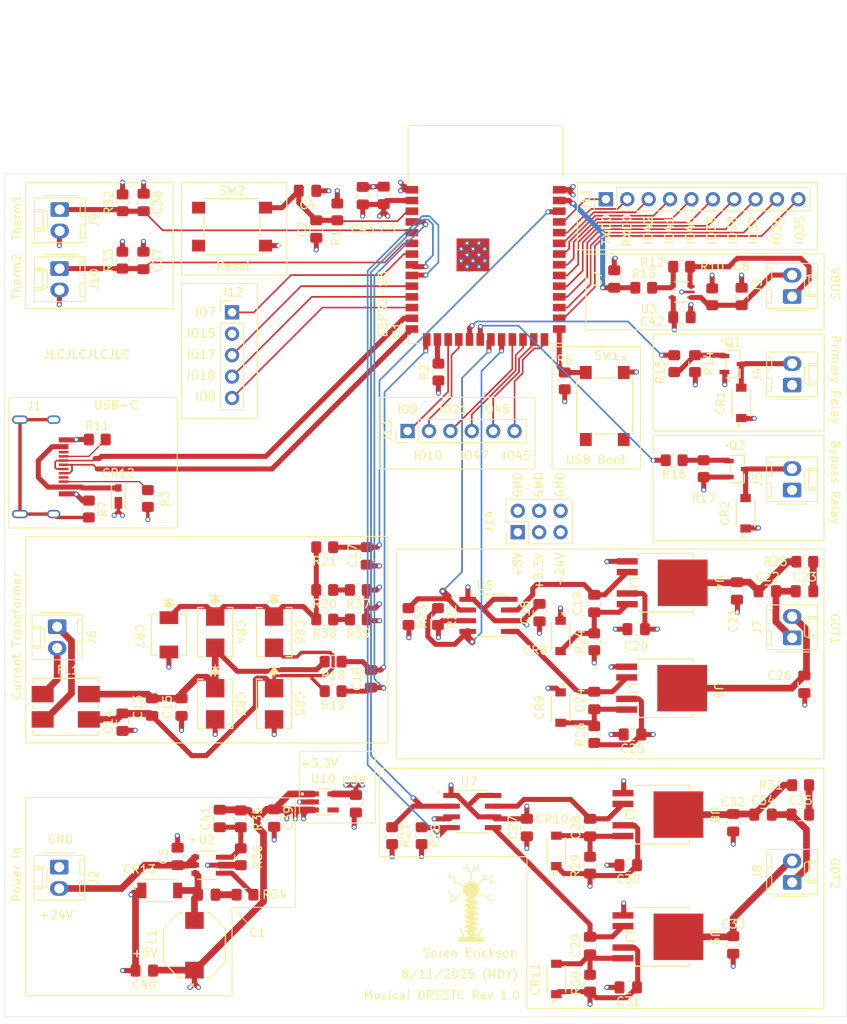
<source format=kicad_pcb>
(kicad_pcb (version 20241229) (generator "pcbnew") (generator_version "9.0")
  (title_block (title "Musical DRSS Tesla Coil") (date "2025-08-3") (rev "REV1"))
  (layers (0 "F.Cu" signal) (4 "In1.Cu" signal) (6 "In2.Cu" signal) (2 "B.Cu" signal) (13 "F.Paste" user) (15 "B.Paste" user) (5 "F.SilkS" user "F.Silkscreen") (7 "B.SilkS" user "B.Silkscreen") (1 "F.Mask" user) (3 "B.Mask" user) (25 "Edge.Cuts" user))
  (net 0 "")
  (net 1 "GND")
  (net 2 "VBUS")
  (net 3 "Net-(U2-LX)")
  (net 4 "USB_D+")
  (net 5 "USB_D-")
  (net 6 "Net-(U1-IO46)")
  (net 7 "Net-(SW1-B)")
  (net 8 "Net-(C1-Pad2)")
  (net 9 "Net-(SW2-B)")
  (net 10 "IO38")
  (net 11 "IO36")
  (net 12 "24V")
  (net 13 "Net-(J3-Pin_2)")
  (net 14 "IO40")
  (net 15 "Net-(C13-Pad2)")
  (net 16 "RXD0")
  (net 17 "Net-(C13-Pad1)")
  (net 18 "IO41")
  (net 19 "ZCDB")
  (net 20 "IO42")
  (net 21 "ZCDA")
  (net 22 "TXD0")
  (net 23 "IO39")
  (net 24 "IO37")
  (net 25 "IO35")
  (net 26 "IO15")
  (net 27 "CTout")
  (net 28 "5V")
  (net 29 "IO7")
  (net 30 "Net-(U4-P-Chan_G)")
  (net 31 "IO18")
  (net 32 "IO8")
  (net 33 "IO17")
  (net 34 "IO45")
  (net 35 "Net-(U4-N-Chan_G)")
  (net 36 "IO10")
  (net 37 "IO21")
  (net 38 "IO48")
  (net 39 "Net-(U4-Drain)")
  (net 40 "IO9")
  (net 42 "Net-(J1-CC2)")
  (net 44 "Net-(J1-CC1)")
  (net 45 "Net-(J7-Pin_1)")
  (net 46 "Net-(C23-Pad2)")
  (net 47 "Net-(U6-P-Chan_G)")
  (net 48 "Net-(U5-OUTB)")
  (net 49 "Net-(J7-Pin_2)")
  (net 50 "Net-(U7-OUTA)")
  (net 51 "Net-(U8-P-Chan_G)")
  (net 52 "Net-(U9-P-Chan_G)")
  (net 53 "Net-(U7-OUTB)")
  (net 54 "Net-(U8-Drain)")
  (net 55 "Net-(J8-Pin_2)")
  (net 56 "Net-(J8-Pin_1)")
  (net 57 "Net-(C35-Pad2)")
  (net 58 "Therm1")
  (net 59 "Therm2")
  (net 60 "3.3V")
  (net 61 "Net-(U2-VFB)")
  (net 62 "Net-(J4-Pin_2)")
  (net 63 "Net-(J5-Pin_2)")
  (net 64 "Net-(CR4-Pad1)")
  (net 65 "Net-(J1-VBUS)")
  (net 66 "Net-(J6-Pin_2)")
  (net 67 "Net-(J6-Pin_1)")
  (net 68 "Net-(J1-SHIELD)")
  (net 69 "Net-(J3-Pin_1)")
  (net 70 "Net-(Q1-G)")
  (net 71 "Net-(Q2-G)")
  (net 72 "Net-(R12-Pad1)")
  (net 73 "PrimaryRelay")
  (net 74 "BypassRelay")
  (net 75 "GD1-B")
  (net 76 "GD1-A")
  (net 77 "GD2-A")
  (net 78 "GD2-B")
  (net 79 "Net-(U2-BST)")
  (net 80 "IO47")
  (net 81 "Net-(R20-Pad1)")
  (net 82 "Net-(R38-Pad1)")
  (footprint "Resistor_SMD:R_0805_2012Metric_Pad1.20x1.40mm_HandSolder" (layer "F.Cu") (at 118.5 134.5 90)
    (property "Reference" "R29")
    (property "Value" "1k" (hide yes))
  )
  (footprint "Capacitor_SMD:C_0805_2012Metric_Pad1.18x1.45mm_HandSolder" (layer "F.Cu") (at 90.7 127.2125 -90)
    (property "Reference" "C38")
    (property "Value" "1uF" (hide yes))
  )
  (footprint "Connector_PinHeader_2.54mm:PinHeader_1x05_P2.54mm_Vertical" (layer "F.Cu") (at 76 68.92)
    (property "Reference" "J12")
    (property "Value" "Conn_01x05_Pin" (hide yes))
  )
  (footprint "Resistor_SMD:R_0805_2012Metric_Pad1.20x1.40mm_HandSolder" (layer "F.Cu") (at 128.5 75 90)
    (property "Reference" "R15")
    (property "Value" "50" (hide yes))
  )
  (footprint "Resistor_SMD:R_0805_2012Metric_Pad1.20x1.40mm_HandSolder" (layer "F.Cu") (at 87 101.8542 180)
    (property "Reference" "R20")
    (property "Value" "3.3 0.5W" (hide yes))
  )
  (footprint "Capacitor_SMD:C_0805_2012Metric_Pad1.18x1.45mm_HandSolder" (layer "F.Cu") (at 91.524783 55.079637 -90)
    (property "Reference" "C43")
    (property "Value" "10uF")
  )
  (footprint "1N4007FL:CR_SOD-123FL_SME" (layer "F.Cu") (at 136.46 79.6566 90)
    (property "Reference" "CR1")
    (property "Value" "1N4007FL")
  )
  (footprint "Capacitor_SMD:C_0805_2012Metric_Pad1.18x1.45mm_HandSolder" (layer "F.Cu") (at 135.5 143.9625 -90)
    (property "Reference" "C33")
    (property "Value" "1nF" (hide yes))
  )
  (footprint "DMC4029SK4_13:TO252-4_DMC4029SK4-13_DIO" (layer "F.Cu") (at 127.0569 128.5 -90)
    (property "Reference" "U8")
    (property "Value" "DMC4029SK4-13" (hide yes))
  )
  (footprint "Resistor_SMD:R_0805_2012Metric_Pad1.20x1.40mm_HandSolder" (layer "F.Cu") (at 133 67.075 -90)
    (property "Reference" "R10")
    (property "Value" "3k 1%" (hide yes))
  )
  (footprint "Connector_Molex:Molex_KK-254_AE-6410-02A_1x02_P2.54mm_Vertical" (layer "F.Cu") (at 142.5 67.04 90)
    (property "Reference" "J3")
    (property "Value" "VBUS" (hide yes))
  )
  (footprint "Connector_PinHeader_2.54mm:PinHeader_2x03_P2.54mm_Vertical" (layer "F.Cu") (at 109.92 95 90)
    (property "Reference" "J14")
    (property "Value" "Conn_02x03_Odd_Even" (hide yes))
  )
  (footprint "Resistor_SMD:R_0805_2012Metric_Pad1.20x1.40mm_HandSolder" (layer "F.Cu") (at 119 119 90)
    (property "Reference" "R26")
    (property "Value" "1k" (hide yes))
  )
  (footprint "Resistor_SMD:R_0805_2012Metric_Pad1.20x1.40mm_HandSolder" (layer "F.Cu") (at 77.0375 129 90)
    (property "Reference" "R35")
    (property "Value" "6.3k 1%" (hide yes))
  )
  (footprint "Capacitor_SMD:C_0805_2012Metric_Pad1.18x1.45mm_HandSolder" (layer "F.Cu") (at 123.0375 149 180)
    (property "Reference" "C31")
    (property "Value" "4.7uF" (hide yes))
  )
  (footprint "Capacitor_SMD:C_0805_2012Metric_Pad1.18x1.45mm_HandSolder" (layer "F.Cu") (at 92.5 112.3917 90)
    (property "Reference" "C16")
    (property "Value" "150pF" (hide yes))
  )
  (footprint "Resistor_SMD:R_0805_2012Metric_Pad1.20x1.40mm_HandSolder" (layer "F.Cu") (at 100.5 76 90)
    (property "Reference" "R2")
    (property "Value" "10k" (hide yes))
  )
  (footprint "Connector_Molex:Molex_KK-254_AE-6410-02A_1x02_P2.54mm_Vertical" (layer "F.Cu") (at 142.5 77.54 90)
    (property "Reference" "J4")
    (property "Value" "Primary Relay" (hide yes))
  )
  (footprint "Capacitor_SMD:C_0805_2012Metric_Pad1.18x1.45mm_HandSolder" (layer "F.Cu") (at 63 117.5375 90)
    (property "Reference" "C14")
    (property "Value" "150pF" (hide yes))
  )
  (footprint "ES2B_E3_52T:DO-214AA_VIS" (layer "F.Cu") (at 81 115.3542 -90)
    (property "Reference" "CR5")
    (property "Value" "ES2B-E3/52T")
  )
  (footprint "ES2B_E3_52T:DO-214AA_VIS" (layer "F.Cu") (at 74 106.8542 -90)
    (property "Reference" "CR4")
    (property "Value" "ES2B-E3/52T")
  )
  (footprint "R1240N001B_TR_FE:SOT-23-6W_PE-SOT23-6W-0512_NMD" (layer "F.Cu") (at 73.08335 134.5)
    (property "Reference" "U2")
    (property "Value" "R1240N001B-TR-FE")
  )
  (footprint "LOGO" (layer "F.Cu") (at 104.5 139)
    (property "Reference" "G***" (hide yes))
    (property "Value" "LOGO" (hide yes))
  )
  (footprint "Resistor_SMD:R_0805_2012Metric_Pad1.20x1.40mm_HandSolder" (layer "F.Cu") (at 87 96.7792 180)
    (property "Reference" "R21")
    (property "Value" "1k" (hide yes))
  )
  (footprint "Resistor_SMD:R_0805_2012Metric_Pad1.20x1.40mm_HandSolder" (layer "F.Cu") (at 87 105.3542 180)
    (property "Reference" "R38")
    (property "Value" "3.3 0.5W" (hide yes))
  )
  (footprint "Resistor_SMD:R_0805_2012Metric_Pad1.20x1.40mm_HandSolder" (layer "F.Cu") (at 95 131 -90)
    (property "Reference" "R27")
    (property "Value" "10k" (hide yes))
  )
  (footprint "WCM_7060FASF_701_LM:FL4_WCM7060_TTA" (layer "F.Cu") (at 56.2568 115.7084)
    (property "Reference" "FL1")
    (property "Value" "WCM 7060FASF-701-LM" (hide yes))
  )
  (footprint "Button_Switch_SMD:SO4_222A-M-V-B_CTS" (layer "F.Cu") (at 120.249999 80.025002 -90)
    (property "Reference" "SW1")
    (property "Value" "USB Boot" (hide yes))
  )
  (footprint "Capacitor_SMD:C_0805_2012Metric_Pad1.18x1.45mm_HandSolder" (layer "F.Cu") (at 81 128.9125 -90)
    (property "Reference" "C39")
    (property "Value" "1uF" (hide yes))
  )
  (footprint "Capacitor_SMD:C_0805_2012Metric_Pad1.18x1.45mm_HandSolder" (layer "F.Cu") (at 65.48 62.7625 -90)
    (property "Reference" "C37")
    (property "Value" "0.1uF" (hide yes))
  )
  (footprint "Capacitor_SMD:C_0805_2012Metric_Pad1.18x1.45mm_HandSolder" (layer "F.Cu") (at 119 103.4625 90)
    (property "Reference" "C19")
    (property "Value" "0.1uF" (hide yes))
  )
  (footprint "Resistor_SMD:R_0805_2012Metric_Pad1.20x1.40mm_HandSolder" (layer "F.Cu") (at 130.96 75 -90)
    (property "Reference" "R14")
    (property "Value" "1k" (hide yes))
  )
  (footprint "Resistor_SMD:R_0805_2012Metric_Pad1.20x1.40mm_HandSolder" (layer "F.Cu") (at 119 108 90)
    (property "Reference" "R24")
    (property "Value" "1k" (hide yes))
  )
  (footprint "Resistor_SMD:R_0805_2012Metric_Pad1.20x1.40mm_HandSolder" (layer "F.Cu") (at 66 91 90)
    (property "Reference" "R3")
    (property "Value" "5.1k" (hide yes))
  )
  (footprint "Capacitor_SMD:C_0805_2012Metric_Pad1.18x1.45mm_HandSolder" (layer "F.Cu") (at 129.41355 69.5 180)
    (property "Reference" "C42")
    (property "Value" "1uF" (hide yes))
  )
  (footprint "1N4007FL:CR_SOD-123FL_SME" (layer "F.Cu") (at 136.968 92.753401 90)
    (property "Reference" "CR2")
    (property "Value" "1N4007FL")
  )
  (footprint "Capacitor_SMD:C_0805_2012Metric_Pad1.18x1.45mm_HandSolder" (layer "F.Cu") (at 74.5375 128.9625 90)
    (property "Reference" "C41")
    (property "Value" "470pF" (hide yes))
  )
  (footprint "Resistor_SMD:R_0805_2012Metric_Pad1.20x1.40mm_HandSolder" (layer "F.Cu") (at 98.5 131 -90)
    (property "Reference" "R28")
    (property "Value" "10k" (hide yes))
  )
  (footprint "Capacitor_SMD:C_0805_2012Metric_Pad1.18x1.45mm_HandSolder" (layer "F.Cu") (at 135.5 129.4625 -90)
    (property "Reference" "C32")
    (property "Value" "1nF" (hide yes))
  )
  (footprint "1N4007FL:CR_SOD-123FL_SME" (layer "F.Cu") (at 115 107.3034 -90)
    (property "Reference" "CR8")
    (property "Value" "1N4007FL")
  )
  (footprint "Connector_Molex:Molex_KK-254_AE-6410-02A_1x02_P2.54mm_Vertical" (layer "F.Cu") (at 55.54 56.725 -90)
    (property "Reference" "J9")
    (property "Value" "NTC Thermistor 1" (hide yes))
  )
  (footprint "1N4007FL:CR_SOD-123FL_SME" (layer "F.Cu") (at 115 115.8034 -90)
    (property "Reference" "CR9")
    (property "Value" "1N4007FL")
  )
  (footprint "RF_Module:ESP32-S3-WROOM-1" (layer "F.Cu") (at 106.1 59.64)
    (property "Reference" "U1")
    (property "Value" "ESP32-S3-WROOM-1")
  )
  (footprint "Connector_PinHeader_2.54mm:PinHeader_1x10_P2.54mm_Vertical" (layer "F.Cu") (at 120.38 55.5 90)
    (property "Reference" "J11")
    (property "Value" "Conn_01x10_Pin" (hide yes))
  )
  (footprint "ES2B_E3_52T:DO-214AA_VIS" (layer "F.Cu") (at 81 106.8542 -90)
    (property "Reference" "CR6")
    (property "Value" "ES2B-E3/52T")
  )
  (footprint "Connector_Molex:Molex_KK-254_AE-6410-02A_1x02_P2.54mm_Vertical" (layer "F.Cu") (at 142.488 90.000001 90)
    (property "Reference" "J5")
    (property "Value" "Soft Start Bypass Relay" (hide yes))
  )
  (footprint "Capacitor_SMD:C_0805_2012Metric_Pad1.18x1.45mm_HandSolder" (layer "F.Cu") (at 119 114.9625 90)
    (property "Reference" "C24")
    (property "Value" "0.1uF" (hide yes))
  )
  (footprint "SMBJ3V3_E3_52:CR_V3-E3&slash_52_VIS" (layer "F.Cu") (at 68.5 107.1734 -90)
    (property "Reference" "CR7")
    (property "Value" "SMBJ3V3-E3/52" (hide yes))
  )
  (footprint "Connector_Molex:Molex_KK-254_AE-6410-02A_1x02_P2.54mm_Vertical" (layer "F.Cu") (at 142.5 136.54 90)
    (property "Reference" "J8")
    (property "Value" "GDT2" (hide yes))
  )
  (footprint "Capacitor_SMD:C_0805_2012Metric_Pad1.18x1.45mm_HandSolder" (layer "F.Cu") (at 73 138)
    (property "Reference" "C1")
    (property "Value" "0.1uF" (hide yes))
  )
  (footprint "Resistor_SMD:R_0805_2012Metric_Pad1.20x1.40mm_HandSolder" (layer "F.Cu") (at 62.98 62.725 90)
    (property "Reference" "R33")
    (property "Value" "1k 1%" (hide yes))
  )
  (footprint "Resistor_SMD:R_0805_2012Metric_Pad1.20x1.40mm_HandSolder" (layer "F.Cu") (at 144 98.5)
    (property "Reference" "R25")
    (property "Value" "15" (hide yes))
  )
  (footprint "Resistor_SMD:R_0805_2012Metric_Pad1.20x1.40mm_HandSolder" (layer "F.Cu") (at 88 113.8542 180)
    (property "Reference" "R19")
    (property "Value" "100" (hide yes))
  )
  (footprint "Connector_Molex:Molex_KK-254_AE-6410-02A_1x02_P2.54mm_Vertical" (layer "F.Cu") (at 142.5 107.54 90)
    (property "Reference" "J7")
    (property "Value" "GDT1" (hide yes))
  )
  (footprint "Resistor_SMD:R_0805_2012Metric_Pad1.20x1.40mm_HandSolder" (layer "F.Cu") (at 118.5 148.5 90)
    (property "Reference" "R30")
    (property "Value" "1k" (hide yes))
  )
  (footprint "Capacitor_SMD:C_0805_2012Metric_Pad1.18x1.45mm_HandSolder" (layer "F.Cu") (at 143.9625 102)
    (property "Reference" "C23")
    (property "Value" "1uF" (hide yes))
  )
  (footprint "Resistor_SMD:R_0805_2012Metric_Pad1.20x1.40mm_HandSolder" (layer "F.Cu") (at 77.5375 138)
    (property "Reference" "R34")
    (property "Value" "51" (hide yes))
  )
  (footprint "Resistor_SMD:R_0805_2012Metric_Pad1.20x1.40mm_HandSolder" (layer "F.Cu") (at 91 105.3542 180)
    (property "Reference" "R39")
    (property "Value" "3.3 0.5W" (hide yes))
  )
  (footprint "Resistor_SMD:R_0805_2012Metric_Pad1.20x1.40mm_HandSolder" (layer "F.Cu") (at 115.5 77.050004 90)
    (property "Reference" "R6")
    (property "Value" "10k" (hide yes))
  )
  (footprint "AP2112K_3_3TRG1:SOT95P285X140-5N" (layer "F.Cu") (at 86.815 127)
    (property "Reference" "U10")
    (property "Value" "AP2112K-3.3TRG1" (hide yes))
  )
  (footprint "Resistor_SMD:R_0805_2012Metric_Pad1.20x1.40mm_HandSolder" (layer "F.Cu") (at 124.87605 66)
    (property "Reference" "R13")
    (property "Value" "1k" (hide yes))
  )
  (footprint "Resistor_SMD:R_0805_2012Metric_Pad1.20x1.40mm_HandSolder" (layer "F.Cu") (at 91 101.8542 180)
    (property "Reference" "R37")
    (property "Value" "3.3 0.5W" (hide yes))
  )
  (footprint "Resistor_SMD:R_0805_2012Metric_Pad1.20x1.40mm_HandSolder" (layer "F.Cu") (at 60 84)
    (property "Reference" "R11")
    (property "Value" "5.1k" (hide yes))
  )
  (footprint "DMC4029SK4_13:TO252-4_DMC4029SK4-13_DIO" (layer "F.Cu") (at 127.5569 101 -90)
    (property "Reference" "U4")
    (property "Value" "DMC4029SK4-13" (hide yes))
  )
  (footprint "Capacitor_SMD:C_0805_2012Metric_Pad1.18x1.45mm_HandSolder" (layer "F.Cu") (at 143.9431 113.0375 -90)
    (property "Reference" "C26")
    (property "Value" "1nF" (hide yes))
  )
  (footprint "Capacitor_SMD:C_0805_2012Metric_Pad1.18x1.45mm_HandSolder" (layer "F.Cu") (at 94 55.0375 90)
    (property "Reference" "C3")
    (property "Value" "10uF")
  )
  (footprint "Capacitor_SMD:C_0805_2012Metric_Pad1.18x1.45mm_HandSolder" (layer "F.Cu") (at 65.575 147 180)
    (property "Reference" "C40")
    (property "Value" "10uF" (hide yes))
  )
  (footprint "Connector_Molex:Molex_KK-254_AE-6410-02A_1x02_P2.54mm_Vertical" (layer "F.Cu") (at 55.2368 106.2084 -90)
    (property "Reference" "J6")
    (property "Value" "Current Transformer" (hide yes))
  )
  (footprint "CMS06_TE12L_Q_M_:M-FLAT_TOS" (layer "F.Cu") (at 67.4166 137.5)
    (property "Reference" "CR13")
    (property "Value" "CMS06TE12L_Q_M")
  )
  (footprint "Capacitor_SMD:C_0805_2012Metric_Pad1.18x1.45mm_HandSolder" (layer "F.Cu") (at 118.5 130.0375 90)
    (property "Reference" "C28")
    (property "Value" "0.1uF" (hide yes))
  )
  (footprint "Capacitor_SMD:C_0805_2012Metric_Pad1.18x1.45mm_HandSolder" (layer "F.Cu") (at 65.5 55.8825 -90)
    (property "Reference" "C36")
    (property "Value" "0.1uF" (hide yes))
  )
  (footprint "SLF7045T_4R7M2R0_PF:IND_7045_TDK" (layer "F.Cu") (at 71.5375 144 90)
    (property "Reference" "L1")
    (property "Value" "SLF7045T-4R7M2R0-PF")
  )
  (footprint "Capacitor_SMD:C_0805_2012Metric_Pad1.18x1.45mm_HandSolder" (layer "F.Cu") (at 135.9431 101.9625 -90)
    (property "Reference" "C21")
    (property "Value" "1nF" (hide yes))
  )
  (footprint "footprints:DCK5_TEX" (layer "F.Cu") (at 129.37605 66.5 180)
    (property "Reference" "U3")
    (property "Value" "LMV321" (hide yes))
  )
  (footprint "Resistor_SMD:R_0805_2012Metric_Pad1.20x1.40mm_HandSolder" (layer "F.Cu") (at 77.0375 133.5 90)
    (property "Reference" "R36")
    (property "Value" "1.2k 1%" (hide yes))
  )
  (footprint "Capacitor_SMD:C_0805_2012Metric_Pad1.18x1.45mm_HandSolder" (layer "F.Cu") (at 121.37605 64.9625 -90)
    (property "Reference" "C7")
    (property "Value" "1nF" (hide yes))
  )
  (footprint "Resistor_SMD:R_0805_2012Metric_Pad1.20x1.40mm_HandSolder" (layer "F.Cu") (at 100.4431 105 -90)
    (property "Reference" "R22")
    (property "Value" "10k" (hide yes))
  )
  (footprint "1N4007FL:CR_SOD-123FL_SME" (layer "F.Cu") (at 114.5 132.8034 90)
    (property "Reference" "CR10")
    (property "Value" "1N4007FL")
  )
  (footprint "Capacitor_SMD:C_0805_2012Metric_Pad1.18x1.45mm_HandSolder" (layer "F.Cu") (at 123.0375 134.5 180)
    (property "Reference" "C30")
    (property "Value" "4.7uF" (hide yes))
  )
  (footprint "Button_Switch_SMD:SO4_222A-M-V-B_CTS" (layer "F.Cu") (at 76 58.750001 180)
    (property "Reference" "SW2")
    (property "Value" "Reset" (hide yes))
  )
  (footprint "Capacitor_SMD:C_0805_2012Metric_Pad1.18x1.45mm_HandSolder" (layer "F.Cu") (at 92 97.8167 90)
    (property "Reference" "C17")
    (property "Value" "150pF" (hide yes))
  )
  (footprint "Connector_USB:USB_C-UJ20-C-H-C-MSMT-TR" (layer "F.Cu") (at 50.825 87.25 -90)
    (property "Reference" "J1")
    (property "Value" "USB_C-UJ20-C-H-C-MSMT-TR" (hide yes))
  )
  (footprint "Capacitor_SMD:C_0805_2012Metric_Pad1.18x1.45mm_HandSolder" (layer "F.Cu") (at 139.5375 102 180)
    (property "Reference" "C22")
    (property "Value" "2.2uF" (hide yes))
  )
  (footprint "DMC4029SK4_13:TO252-4_DMC4029SK4-13_DIO" (layer "F.Cu") (at 127.5 113.5 -90)
    (property "Reference" "U6")
    (property "Value" "DMC4029SK4-13" (hide yes))
  )
  (footprint "Resistor_SMD:R_0805_2012Metric_Pad1.20x1.40mm_HandSolder" (layer "F.Cu") (at 129.37605 63.5)
    (property "Reference" "R12")
    (property "Value" "3k 1%" (hide yes))
  )
  (footprint "Capacitor_SMD:C_0805_2012Metric_Pad1.18x1.45mm_HandSolder" (layer "F.Cu") (at 69.5375 133.4625 90)
    (property "Reference" "C5")
    (property "Value" "10uF" (hide yes))
  )
  (footprint "Resistor_SMD:R_0805_2012Metric_Pad1.20x1.40mm_HandSolder" (layer "F.Cu") (at 88.5 57 -90)
    (property "Reference" "R1")
    (property "Value" "10k" (hide yes))
  )
  (footprint "Capacitor_SMD:C_0805_2012Metric_Pad1.18x1.45mm_HandSolder" (layer "F.Cu") (at 111 130.0375 90)
    (property "Reference" "C27")
    (property "Value" "4.7uF" (hide yes))
  )
  (footprint "Resistor_SMD:R_0805_2012Metric_Pad1.20x1.40mm_HandSolder" (layer "F.Cu") (at 128.488 86.460001 180)
    (property "Reference" "R16")
    (property "Value" "50" (hide yes))
  )
  (footprint "1N4007FL:CR_SOD-123FL_SME" (layer "F.Cu") (at 114.5 148 90)
    (property "Reference" "CR11")
    (property "Value" "1N4007FL")
  )
  (footprint "Capacitor_SMD:C_0805_2012Metric_Pad1.18x1.45mm_HandSolder" (layer "F.Cu") (at 118.5 144.0375 90)
    (property "Reference" "C29")
    (property "Value" "0.1uF" (hide yes))
  )
  (footprint "Capacitor_SMD:C_0805_2012Metric_Pad1.18x1.45mm_HandSolder" (layer "F.Cu") (at 112.5 104.5375 90)
    (property "Reference" "C18")
    (property "Value" "4.7uF" (hide yes))
  )
  (footprint "Resistor_SMD:R_0805_2012Metric_Pad1.20x1.40mm_HandSolder" (layer "F.Cu") (at 63 55.92 90)
    (property "Reference" "R32")
    (property "Value" "1k 1%" (hide yes))
  )
  (footprint "MSS1P4_M3_89A:DIODE_MSP3V3" (layer "F.Cu") (at 62.5 90.766 90)
    (property "Reference" "CR12")
    (property "Value" "MSS1P4-M3/89A")
  )
  (footprint "Capacitor_SMD:C_0805_2012Metric_Pad1.18x1.45mm_HandSolder" (layer "F.Cu") (at 136.5 67.0375 -90)
    (property "Reference" "C6")
    (property "Value" "10nF" (hide yes))
  )
  (footprint "PMV20ENR:QNMOS1G2S3D_TO-236AB_SOT23_NEX" (layer "F.Cu") (at 135.984 87.5 -90)
    (property "Reference" "Q2")
    (property "Value" "PMV20ENR" (hide yes))
  )
  (footprint "Connector_Molex:Molex_KK-254_AE-6410-02A_1x02_P2.54mm_Vertical" (layer "F.Cu") (at 55.52 63.725 -90)
    (property "Reference" "J10")
    (property "Value" "NTC Thermistor 2" (hide yes))
  )
  (footprint "ES2B_E3_52T:DO-214AA_VIS" (layer "F.Cu") (at 74 115.3542 -90)
    (property "Reference" "CR3")
    (property "Value" "ES2B-E3/52T")
  )
  (footprint "Capacitor_SMD:C_0805_2012Metric_Pad1.18x1.45mm_HandSolder" (layer "F.Cu") (at 84.9625 54.5 180)
    (property "Reference" "C4")
    (property "Value" "0.1uF" (hide yes))
  )
  (footprint "Connector_PinHeader_2.54mm:PinHeader_1x06_P2.54mm_Vertical" (layer "F.Cu") (at 96.84 83 90)
    (property "Reference" "J13")
    (property "Value" "Conn_01x06_Pin" (hide yes))
  )
  (footprint "Capacitor_SMD:C_0805_2012Metric_Pad1.18x1.45mm_HandSolder" (layer "F.Cu") (at 123.9806 106.5 180)
    (property "Reference" "C20")
    (property "Value" "4.7uF" (hide yes))
  )
  (footprint "Resistor_SMD:R_0805_2012Metric_Pad1.20x1.40mm_HandSolder" (layer "F.Cu") (at 131.988 87.460001 -90)
    (property "Reference" "R17")
    (property "Value" "1k" (hide yes))
  )
  (footprint "PMV20ENR:QNMOS1G2S3D_TO-236AB_SOT23_NEX" (layer "F.Cu") (at 135.476 75.049999 -90)
    (property "Reference" "Q1")
    (property "Value" "PMV20ENR" (hide yes))
  )
  (footprint "Connector_Molex:Molex_KK-254_AE-6410-02A_1x02_P2.54mm_Vertical" (layer "F.Cu") (at 55.48 134.725 -90)
    (property "Reference" "J2")
    (property "Value" "Power in" (hide yes))
  )
  (footprint "UCC27423DR:SOIC127P599X175-8N" (layer "F.Cu") (at 104.53 128.135)
    (property "Reference" "U7")
    (property "Value" "UCC27423DR" (hide yes))
  )
  (footprint "DMC4029SK4_13:TO252-4_DMC4029SK4-13_DIO" (layer "F.Cu") (at 127.0569 143 -90)
    (property "Reference" "U9")
    (property "Value" "DMC4029SK4-13" (hide yes))
  )
  (footprint "Capacitor_SMD:C_0805_2012Metric_Pad1.18x1.45mm_HandSolder" (layer "F.Cu") (at 123.5375 118.99 180)
    (property "Reference" "C25")
    (property "Value" "4.7uF" (hide yes))
  )
  (footprint "Capacitor_SMD:C_0805_2012Metric_Pad1.18x1.45mm_HandSolder" (layer "F.Cu") (at 66.5 115.7459 90)
    (property "Reference" "C13")
    (property "Value" "1nF" (hide yes))
  )
  (footprint "Capacitor_SMD:C_0805_2012Metric_Pad1.18x1.45mm_HandSolder" (layer "F.Cu") (at 139.0375 128.5 180)
    (property "Reference" "C34")
    (property "Value" "2.2uF" (hide yes))
  )
  (footprint "Capacitor_SMD:C_0805_2012Metric_Pad1.18x1.45mm_HandSolder" (layer "F.Cu") (at 86 59.0375 90)
    (property "Reference" "C2")
    (property "Value" "1uF" (hide yes))
  )
  (footprint "Capacitor_SMD:C_0805_2012Metric_Pad1.18x1.45mm_HandSolder" (layer "F.Cu") (at 143.4625 128.5)
    (property "Reference" "C35")
    (property "Value" "1uF" (hide yes))
  )
  (footprint "Resistor_SMD:R_0805_2012Metric_Pad1.20x1.40mm_HandSolder" (layer "F.Cu") (at 59 92.25 -90)
    (property "Reference" "R7")
    (property "Value" "100k" (hide yes))
  )
  (footprint "Capacitor_SMD:C_0805_2012Metric_Pad1.18x1.45mm_HandSolder" (layer "F.Cu") (at 70 115.7459 90)
    (property "Reference" "C15")
    (property "Value" "150pF" (hide yes))
  )
  (footprint "UCC27423DR:SOIC127P599X175-8N" (layer "F.Cu") (at 106.4431 104.865)
    (property "Reference" "U5")
    (property "Value" "UCC27423DR" (hide yes))
  )
  (footprint "Resistor_SMD:R_0805_2012Metric_Pad1.20x1.40mm_HandSolder" (layer "F.Cu") (at 88 110.3542 180)
    (property "Reference" "R18")
    (property "Value" "100" (hide yes))
  )
  (footprint "Resistor_SMD:R_0805_2012Metric_Pad1.20x1.40mm_HandSolder" (layer "F.Cu") (at 143.5 125)
    (property "Reference" "R31")
    (property "Value" "15" (hide yes))
  )
  (footprint "Resistor_SMD:R_0805_2012Metric_Pad1.20x1.40mm_HandSolder" (layer "F.Cu") (at 96.9431 105 -90)
    (property "Reference" "R23")
    (property "Value" "10k" (hide yes))
  )
  (gr_rect (start 126 71.5) (end 146.297257 83) (stroke (width 0.12)) (fill no) (layer "F.SilkS"))
  (gr_rect (start 117 53.5) (end 145.5 61.5) (stroke (width 0.12)) (fill no) (layer "F.SilkS"))
  (gr_rect (start 51.5 95.5) (end 94.5 120) (stroke (width 0.12)) (fill no) (layer "F.SilkS"))
  (gr_rect (start 84 121) (end 93 129.5) (stroke (width 0.12)) (fill no) (layer "F.SilkS"))
  (gr_rect (start 49.5 79) (end 69.5 94.5) (stroke (width 0.12)) (fill no) (layer "F.SilkS"))
  (gr_poly (pts (xy 93.5 123) (xy 146.257392 123) (xy 146.257392 151.5) (xy 111 151.5) (xy 111 133.5) (xy 93.5 133.5)) (stroke (width 0.12)) (fill no) (layer "F.SilkS"))
  (gr_rect (start 51.5 53.5) (end 69 68.5) (stroke (width 0.12)) (fill no) (layer "F.SilkS"))
  (gr_rect (start 95.5 97) (end 146.27419 121.882825) (stroke (width 0.12)) (fill no) (layer "F.SilkS"))
  (gr_rect (start 93.46 79) (end 111.96 87.5) (stroke (width 0.12)) (fill no) (layer "F.SilkS"))
  (gr_poly (pts (xy 51.5 126.5) (xy 83.5 126.5) (xy 83.5 139.5) (xy 76 139.5) (xy 76 150) (xy 51.5 150)) (stroke (width 0.12)) (fill no) (layer "F.SilkS"))
  (gr_rect (start 118 62) (end 146.289661 71) (stroke (width 0.12)) (fill no) (layer "F.SilkS"))
  (gr_line (start 78 141.5) (end 76.5 140) (stroke (width 0.12)) (layer "F.SilkS"))
  (gr_rect (start 114 73) (end 124.5 87.5) (stroke (width 0.12)) (fill no) (layer "F.SilkS"))
  (gr_rect (start 70 65.5) (end 79 81.5) (stroke (width 0.12)) (fill no) (layer "F.SilkS"))
  (gr_rect (start 126 83.5) (end 146.270952 96) (stroke (width 0.12)) (fill no) (layer "F.SilkS"))
  (gr_rect (start 70 53.5) (end 82.5 64.5) (stroke (width 0.12)) (fill no) (layer "F.SilkS"))
  (gr_rect (start 49 52.5) (end 149 152.5) (stroke (width 0.05)) (fill no) (layer "Edge.Cuts"))
  (gr_text "IO47" (at 102.96 86.5 0) (layer "F.SilkS") (effects (font (size 1 1) (thickness 0.16)) (justify left bottom)))
  (gr_text "Bypass Relay" (at 147.037112 83.992047 270) (layer "F.SilkS") (effects (font (size 1 1) (thickness 0.16)) (justify left bottom)))
  (gr_text "GDT2" (at 147 133.5 270) (layer "F.SilkS") (effects (font (size 1 1) (thickness 0.16)) (justify left bottom)))
  (gr_text "IO15" (at 70.5 72 0) (layer "F.SilkS") (effects (font (size 1 1) (thickness 0.16)) (justify left bottom)))
  (gr_text "IO18" (at 70.5 77 0) (layer "F.SilkS") (effects (font (size 1 1) (thickness 0.16)) (justify left bottom)))
  (gr_text "8/11/2025 (MDY)" (at 96 148 0) (layer "F.SilkS") (effects (font (size 1 1) (thickness 0.16)) (justify left bottom)))
  (gr_text "IO10" (at 97.46 86.5 0) (layer "F.SilkS") (effects (font (size 1 1) (thickness 0.16)) (justify left bottom)))
  (gr_text "IO42" (at 126 61 90) (layer "F.SilkS") (effects (font (size 1 1) (thickness 0.16)) (justify left bottom)))
  (gr_text "JLCJLCJLCJLC" (at 53.5 74.5 0) (layer "F.SilkS") (effects (font (size 1 1) (thickness 0.16)) (justify left bottom)))
  (gr_text "+3.3V" (at 84 123 0) (layer "F.SilkS") (effects (font (size 1 1) (thickness 0.16)) (justify left bottom)))
  (gr_text "GND" (at 113 91 90) (layer "F.SilkS") (effects (font (size 1 1) (thickness 0.16)) (justify left bottom)))
  (gr_text "Primary Relay" (at 147.067971 71.524945 270) (layer "F.SilkS") (effects (font (size 1 1) (thickness 0.16)) (justify left bottom)))
  (gr_text "IO45" (at 107.96 86.5 0) (layer "F.SilkS") (effects (font (size 1 1) (thickness 0.16)) (justify left bottom)))
  (gr_text "GND" (at 54 132 0) (layer "F.SilkS") (effects (font (size 1 1) (thickness 0.16)) (justify left bottom)))
  (gr_text "+5V" (at 64 145.5 0) (layer "F.SilkS") (effects (font (size 1 1) (thickness 0.16)) (justify left bottom)))
  (gr_text "Therm2" (at 51 67.5 90) (layer "F.SilkS") (effects (font (size 1 1) (thickness 0.16)) (justify left bottom)))
  (gr_text "GND" (at 115.5 91 90) (layer "F.SilkS") (effects (font (size 1 1) (thickness 0.16)) (justify left bottom)))
  (gr_text "RXD0" (at 123.496635 61.257103 90) (layer "F.SilkS") (effects (font (size 1 1) (thickness 0.16)) (justify left bottom)))
  (gr_text "Current Transformer" (at 51 115 90) (layer "F.SilkS") (effects (font (size 1 1) (thickness 0.16)) (justify left bottom)))
  (gr_text "ESP32-S3" (at 94.5 72 90) (layer "F.SilkS") (effects (font (size 1 1) (thickness 0.16)) (justify left bottom)))
  (gr_text "IO38" (at 136 61 90) (layer "F.SilkS") (effects (font (size 1 1) (thickness 0.16)) (justify left bottom)))
  (gr_text "IO41" (at 128.5 61 90) (layer "F.SilkS") (effects (font (size 1 1) (thickness 0.16)) (justify left bottom)))
  (gr_text "IO7" (at 71.5 69.5 0) (layer "F.SilkS") (effects (font (size 1 1) (thickness 0.16)) (justify left bottom)))
  (gr_text "IO35" (at 144 61 90) (layer "F.SilkS") (effects (font (size 1 1) (thickness 0.16)) (justify left bottom)))
  (gr_text "+5V" (at 110.5 100.5 90) (layer "F.SilkS") (effects (font (size 1 1) (thickness 0.16)) (justify left bottom)))
  (gr_text "GND" (at 110.5 91 90) (layer "F.SilkS") (effects (font (size 1 1) (thickness 0.16)) (justify left bottom)))
  (gr_text "IO39" (at 133.5 61 90) (layer "F.SilkS") (effects (font (size 1 1) (thickness 0.16)) (justify left bottom)))
  (gr_text "IO17" (at 70.5 74.5 0) (layer "F.SilkS") (effects (font (size 1 1) (thickness 0.16)) (justify left bottom)))
  (gr_text "+3.3V" (at 113 102 90) (layer "F.SilkS") (effects (font (size 1 1) (thickness 0.16)) (justify left bottom)))
  (gr_text "IO48" (at 105.46 81 0) (layer "F.SilkS") (effects (font (size 1 1) (thickness 0.16)) (justify left bottom)))
  (gr_text "IO21" (at 100.46 81 0) (layer "F.SilkS") (effects (font (size 1 1) (thickness 0.16)) (justify left bottom)))
  (gr_text "Musical DRSSTC Rev 1.0" (at 91.5 150.5 0) (layer "F.SilkS") (effects (font (size 1 1) (thickness 0.16)) (justify left bottom)))
  (gr_text "+24V" (at 53 141 0) (layer "F.SilkS") (effects (font (size 1 1) (thickness 0.16)) (justify left bottom)))
  (gr_text "IO40" (at 131 61 90) (layer "F.SilkS") (effects (font (size 1 1) (thickness 0.16)) (justify left bottom)))
  (gr_text "TXD0" (at 121.043331 61.041088 90) (layer "F.SilkS") (effects (font (size 1 1) (thickness 0.16)) (justify left bottom)))
  (gr_text "+24V" (at 115.5 101.5 90) (layer "F.SilkS") (effects (font (size 1 1) (thickness 0.16)) (justify left bottom)))
  (gr_text "IO8" (at 71.5 79.5 0) (layer "F.SilkS") (effects (font (size 1 1) (thickness 0.16)) (justify left bottom)))
  (gr_text "Therm1" (at 51 60.5 90) (layer "F.SilkS") (effects (font (size 1 1) (thickness 0.16)) (justify left bottom)))
  (gr_text "IO37" (at 138.5 61 90) (layer "F.SilkS") (effects (font (size 1 1) (thickness 0.16)) (justify left bottom)))
  (gr_text "IO9" (at 95.46 81 0) (layer "F.SilkS") (effects (font (size 1 1) (thickness 0.16)) (justify left bottom)))
  (gr_text "USB-C" (at 59.5 80.5 0) (layer "F.SilkS") (effects (font (size 1 1) (thickness 0.16)) (justify left bottom)))
  (gr_text "Power In" (at 51 139 90) (layer "F.SilkS") (effects (font (size 1 1) (thickness 0.16)) (justify left bottom)))
  (gr_text "IO36" (at 141.280077 60.995208 90) (layer "F.SilkS") (effects (font (size 1 1) (thickness 0.16)) (justify left bottom)))
  (gr_text "GDT1" (at 147 104.5 270) (layer "F.SilkS") (effects (font (size 1 1) (thickness 0.16)) (justify left bottom)))
  (gr_text "Reset" (at 74 64 0) (layer "F.SilkS") (effects (font (size 1 1) (thickness 0.16)) (justify left bottom)))
  (gr_text "Soren Erickson" (at 98.5 145.5 0) (layer "F.SilkS") (effects (font (size 1 1) (thickness 0.16)) (justify left bottom)))
  (gr_text "VBUS" (at 147 63.5 270) (layer "F.SilkS") (effects (font (size 1 1) (thickness 0.16)) (justify left bottom)))
  (gr_text "USB Boot" (at 115.5 87 0) (layer "F.SilkS") (effects (font (size 1 1) (thickness 0.16)) (justify left bottom)))
  (segment (start 122.5 139) (end 122.5 140.374699) (width 0.6) (layer "F.Cu") (net 1))
  (segment (start 66 92) (end 66 93.5) (width 0.4) (layer "F.Cu") (net 1))
  (segment (start 74.5375 134.5) (end 73.08335 134.5) (width 0.6) (layer "F.Cu") (net 1))
  (segment (start 86 61.5) (end 86 60.075) (width 0.6) (layer "F.Cu") (net 1))
  (segment (start 132 90) (end 132 88.472001) (width 0.6) (layer "F.Cu") (net 1))
  (segment (start 92.793681 54) (end 92.776327 54.017354) (width 0.6) (layer "F.Cu") (net 1))
  (segment (start 100.9431 105.5) (end 103.9731 105.5) (width 0.6) (layer "F.Cu") (net 1))
  (segment (start 90.5 130) (end 90.5 128.45) (width 0.6) (layer "F.Cu") (net 1))
  (segment (start 130.45105 68.04895) (end 130.5 68) (width 0.6) (layer "F.Cu") (net 1))
  (segment (start 64.5 118.5) (end 63.075 118.5) (width 0.6) (layer "F.Cu") (net 1))
  (segment (start 92.751544 54.042137) (end 92.776327 54.017354) (width 0.6) (layer "F.Cu") (net 1))
  (segment (start 100.5 78.5) (end 100.5 77) (width 0.6) (layer "F.Cu") (net 1))
  (segment (start 130.45105 69.5) (end 130.45105 68.04895) (width 0.6) (layer "F.Cu") (net 1))
  (segment (start 58.25 91.25) (end 57.5 90.5) (width 0.6) (layer "F.Cu") (net 1))
  (segment (start 64.5375 138.2582) (end 65.2957 137.5) (width 0.8) (layer "F.Cu") (net 1))
  (segment (start 90.5 128.45) (end 90.7 128.25) (width 0.6) (layer "F.Cu") (net 1))
  (segment (start 120.54 98.46) (end 120.5 98.5) (width 0.6) (layer "F.Cu") (net 1))
  (segment (start 114.85 54.38) (end 115.88 54.38) (width 0.6) (layer "F.Cu") (net 1))
  (segment (start 92 104) (end 93 104) (width 0.6) (layer "F.Cu") (net 1))
  (segment (start 57.45 84.05) (end 57.5 84) (width 0.6) (layer "F.Cu") (net 1))
  (segment (start 111 132.5) (end 111 131.075) (width 0.6) (layer "F.Cu") (net 1))
  (segment (start 133 64.5) (end 133 66.075) (width 0.6) (layer "F.Cu") (net 1))
  (segment (start 64.5 137.5) (end 64 138) (width 0.6) (layer "F.Cu") (net 1))
  (segment (start 93.1458 101.8542) (end 93.5 101.5) (width 0.6) (layer "F.Cu") (net 1))
  (segment (start 59 84) (end 57.5 84) (width 0.6) (layer "F.Cu") (net 1))
  (segment (start 122.5 118.99) (end 121.01 118.99) (width 0.6) (layer "F.Cu") (net 1))
  (segment (start 96.88 54.38) (end 96 53.5) (width 0.6) (layer "F.Cu") (net 1))
  (segment (start 94 54) (end 92.793681 54) (width 0.6) (layer "F.Cu") (net 1))
  (segment (start 136 104.5) (end 136 103.0569) (width 0.6) (layer "F.Cu") (net 1))
  (segment (start 92 101.8542) (end 93.1458 101.8542) (width 0.6) (layer "F.Cu") (net 1))
  (segment (start 121.37605 63.925) (end 121.37605 62.62395) (width 0.6) (layer "F.Cu") (net 1))
  (segment (start 64.5375 147) (end 63 147) (width 0.6) (layer "F.Cu") (net 1))
  (segment (start 100.5 107.5) (end 100.5 106.0569) (width 0.6) (layer "F.Cu") (net 1))
  (segment (start 144 114.1319) (end 143.9431 114.075) (width 0.6) (layer "F.Cu") (net 1))
  (segment (start 81.5 61) (end 79.975 61) (width 0.6) (layer "F.Cu") (net 1))
  (segment (start 64.5375 147) (end 64.5375 138.2582) (width 0.8) (layer "F.Cu") (net 1))
  (segment (start 97.35 54.38) (end 96.88 54.38) (width 0.6) (layer "F.Cu") (net 1))
  (segment (start 101.83 129) (end 102.06 128.77) (width 0.6) (layer "F.Cu") (net 1))
  (segment (start 134.958 88.460001) (end 134.968 88.450001) (width 0.6) (layer "F.Cu") (net 1))
  (segment (start 70 118.5) (end 70 116.7834) (width 0.6) (layer "F.Cu") (net 1))
  (segment (start 57.45 90.45) (end 57.5 90.5) (width 0.6) (layer "F.Cu") (net 1))
  (segment (start 121.37605 62.62395) (end 121.5 62.5) (width 0.6) (layer "F.Cu") (net 1))
  (segment (start 56 90.45) (end 57.45 90.45) (width 0.6) (layer "F.Cu") (net 1))
  (segment (start 97 106.0569) (end 96.9431 106) (width 0.6) (layer "F.Cu") (net 1))
  (segment (start 77.0375 134.5) (end 74.5375 134.5) (width 0.8) (layer "F.Cu") (net 1))
  (segment (start 121.5 106.5) (end 122.9431 106.5) (width 0.6) (layer "F.Cu") (net 1))
  (segment (start 56 84.05) (end 57.45 84.05) (width 0.6) (layer "F.Cu") (net 1))
  (segment (start 93.5 105.5) (end 92.1458 105.5) (width 0.6) (layer "F.Cu") (net 1))
  (segment (start 65.48 61.725) (end 65.48 60.52) (width 0.6) (layer "F.Cu") (net 1))
  (segment (start 59 91.25) (end 58.25 91.25) (width 0.6) (layer "F.Cu") (net 1))
  (segment (start 124 76) (end 122.550004 76) (width 0.6) (layer "F.Cu") (net 1))
  (segment (start 92.1458 105.5) (end 92 105.3542) (width 0.6) (layer "F.Cu") (net 1))
  (segment (start 96.12 54.38) (end 96 54.5) (width 0.6) (layer "F.Cu") (net 1))
  (segment (start 114.85 54.38) (end 116.12 54.38) (width 0.6) (layer "F.Cu") (net 1))
  (segment (start 135.5 146.5) (end 135.5 145) (width 0.6) (layer "F.Cu") (net 1))
  (segment (start 122.550004 76) (end 122.5 76.050004) (width 0.6) (layer "F.Cu") (net 1))
  (segment (start 131 77.5) (end 131 76.04) (width 0.6) (layer "F.Cu") (net 1))
  (segment (start 69.5375 132.425) (end 69.5375 131.0375) (width 0.6) (layer "F.Cu") (net 1))
  (segment (start 100 129) (end 101.83 129) (width 0.6) (layer "F.Cu") (net 1))
  (segment (start 115.88 54.38) (end 116.5 55) (width 0.6) (layer "F.Cu") (net 1))
  (segment (start 122.914699 98.46) (end 120.54 98.46) (width 0.6) (layer "F.Cu") (net 1))
  (segment (start 62.98 60.52) (end 63 60.5) (width 0.6) (layer "F.Cu") (net 1))
  (segment (start 84 127) (end 85.63 127) (width 0.6) (layer "F.Cu") (net 1))
  (segment (start 95 133.5) (end 95 132) (width 0.6) (layer "F.Cu") (net 1))
  (segment (start 116.12 54.38) (end 116.5 54) (width 0.6) (layer "F.Cu") (net 1))
  (segment (start 100.5 106.0569) (end 100.4431 106) (width 0.6) (layer "F.Cu") (net 1))
  (segment (start 121.04 110.96) (end 121 111) (width 0.6) (layer "F.Cu") (net 1))
  (segment (start 134.5 76.04) (end 134.46 76) (width 0.6) (layer "F.Cu") (net 1))
  (segment (start 69.5 132.3875) (end 69.5375 132.425) (width 0.8) (layer "F.Cu") (net 1))
  (segment (start 69.5375 131.0375) (end 69.5 131) (width 0.6) (layer "F.Cu") (net 1))
  (segment (start 120.5 134.5) (end 122 134.5) (width 0.6) (layer "F.Cu") (net 1))
  (segment (start 93 104) (end 93.5 103.5) (width 0.6) (layer "F.Cu") (net 1))
  (segment (start 100.4431 106) (end 100.9431 105.5) (width 0.6) (layer "F.Cu") (net 1))
  (segment (start 135.5 132) (end 135.5 130.5) (width 0.6) (layer "F.Cu") (net 1))
  (segment (start 112.5 107) (end 112.5 105.575) (width 0.6) (layer "F.Cu") (net 1))
  (segment (start 97.35 54.38) (end 96.12 54.38) (width 0.6) (layer "F.Cu") (net 1))
  (segment (start 63.075 118.5) (end 63 118.575) (width 0.6) (layer "F.Cu") (net 1))
  (segment (start 63 54.92) (end 63 53.5) (width 0.6) (layer "F.Cu") (net 1))
  (segment (start 131.988 88.460001) (end 134.958 88.460001) (width 0.6) (layer "F.Cu") (net 1))
  (segment (start 91.524783 54.042137) (end 92.751544 54.042137) (width 0.6) (layer "F.Cu") (net 1))
  (segment (start 131 76.04) (end 130.96 76) (width 0.6) (layer "F.Cu") (net 1))
  (segment (start 74 119) (end 74 117.2084) (width 0.6) (layer "F.Cu") (net 1))
  (segment (start 81 119) (end 81 117.2084) (width 0.6) (layer "F.Cu") (net 1))
  (segment (start 92 101.8542) (end 92 104) (width 0.6) (layer "F.Cu") (net 1))
  (segment (start 92 104) (end 92 105.3542) (width 0.6) (layer "F.Cu") (net 1))
  (segment (start 92.1458 99) (end 92 98.8542) (width 0.6) (layer "F.Cu") (net 1))
  (segment (start 93.5 99) (end 92.1458 99) (width 0.6) (layer "F.Cu") (net 1))
  (segment (start 123 98.374699) (end 122.914699 98.46) (width 0.6) (layer "F.Cu") (net 1))
  (segment (start 122.857799 110.96) (end 121.04 110.96) (width 0.6) (layer "F.Cu") (net 1))
  (segment (start 65.48 60.52) (end 65.5 60.5) (width 0.6) (layer "F.Cu") (net 1))
  (segment (start 136 103.0569) (end 135.9431 103) (width 0.6) (layer "F.Cu") (net 1))
  (segment (start 122.5 140.374699) (end 122.414699 140.46) (width 0.6) (layer "F.Cu") (net 1))
  (segment (start 134.5 77.5) (end 134.5 76.04) (width 0.6) (layer "F.Cu") (net 1))
  (segment (start 136.5 66) (end 136.5 64.5) (width 0.6) (layer "F.Cu") (net 1))
  (segment (start 120.5 149) (end 122 149) (width 0.6) (layer "F.Cu") (net 1))
  (segment (start 68.5 111) (end 68.5 109.2084) (width 0.6) (layer "F.Cu") (net 1))
  (segment (start 62.98 61.725) (end 62.98 60.52) (width 0.6) (layer "F.Cu") (net 1))
  (segment (start 65.5 54.845) (end 65.5 53.5) (width 0.6) (layer "F.Cu") (net 1))
  (segment (start 65.2957 137.5) (end 64.5 137.5) (width 0.6) (layer "F.Cu") (net 1))
  (segment (start 97 107.5) (end 97 106.0569) (width 0.6) (layer "F.Cu") (net 1))
  (segment (start 121.01 118.99) (end 121 119) (width 0.6) (layer "F.Cu") (net 1))
  (segment (start 122.5 125.874699) (end 122.414699 125.96) (width 0.6) (layer "F.Cu") (net 1))
  (segment (start 144 115.5) (end 144 114.1319) (width 0.6) (layer "F.Cu") (net 1))
  (segment (start 132 88.472001) (end 131.988 88.460001) (width 0.6) (layer "F.Cu") (net 1))
  (segment (start 130.5 66.5) (end 129.37605 66.5) (width 0.3) (layer "F.Cu") (net 1))
  (segment (start 98.5 132) (end 98.5 133.5) (width 0.6) (layer "F.Cu") (net 1))
  (segment (start 79.975 61) (end 79.974998 61.000002) (width 0.6) (layer "F.Cu") (net 1))
  (segment (start 122.5 124.5) (end 122.5 125.874699) (width 0.6) (layer "F.Cu") (net 1))
  (segment (start 87.5 54.5) (end 86 54.5) (width 0.6) (layer "F.Cu") (net 1))
  (segment (start 81 131.5) (end 81 129.95) (width 0.6) (layer "F.Cu") (net 1))
  (via (at 57.5 90.5) (size 0.6) (drill 0.35) (layers "F.Cu" "B.Cu") (net 1))
  (via (at 69.5 131) (size 0.6) (drill 0.35) (layers "F.Cu" "B.Cu") (net 1))
  (via (at 64 138) (size 0.6) (drill 0.35) (layers "F.Cu" "B.Cu") (net 1))
  (via (at 66 93.5) (size 0.6) (drill 0.35) (layers "F.Cu" "B.Cu") (net 1))
  (via (at 122.5 139) (size 0.6) (drill 0.35) (layers "F.Cu" "B.Cu") (net 1))
  (via (at 100.5 107.5) (size 0.6) (drill 0.35) (layers "F.Cu" "B.Cu") (net 1))
  (via (at 100.5 78.5) (size 0.6) (drill 0.35) (layers "F.Cu" "B.Cu") (net 1))
  (via (at 135.5 146.5) (size 0.6) (drill 0.35) (layers "F.Cu" "B.Cu") (net 1))
  (via (at 96 53.5) (size 0.6) (drill 0.35) (layers "F.Cu" "B.Cu") (net 1))
  (via (at 74 119) (size 0.6) (drill 0.35) (layers "F.Cu" "B.Cu") (net 1))
  (via (at 90.5 130) (size 0.6) (drill 0.35) (layers "F.Cu" "B.Cu") (net 1))
  (via (at 86 61.5) (size 0.6) (drill 0.35) (layers "F.Cu" "B.Cu") (net 1))
  (via (at 129.37605 66.5) (size 0.6) (drill 0.35) (layers "F.Cu" "B.Cu") (net 1))
  (via (at 130.5 68) (size 0.6) (drill 0.35) (layers "F.Cu" "B.Cu") (net 1))
  (via (at 97 107.5) (size 0.6) (drill 0.35) (layers "F.Cu" "B.Cu") (net 1))
  (via (at 81 119) (size 0.6) (drill 0.35) (layers "F.Cu" "B.Cu") (net 1))
  (via (at 111 132.5) (size 0.6) (drill 0.35) (layers "F.Cu" "B.Cu") (net 1))
  (via (at 135.5 132) (size 0.6) (drill 0.35) (layers "F.Cu" "B.Cu") (net 1))
  (via (at 96 54.5) (size 0.6) (drill 0.35) (layers "F.Cu" "B.Cu") (net 1))
  (via (at 65.5 53.5) (size 0.6) (drill 0.35) (layers "F.Cu" "B.Cu") (net 1))
  (via (at 95 133.5) (size 0.6) (drill 0.35) (layers "F.Cu" "B.Cu") (net 1))
  (via (at 136 104.5) (size 0.6) (drill 0.35) (layers "F.Cu" "B.Cu") (net 1))
  (via (at 68.5 111) (size 0.6) (drill 0.35) (layers "F.Cu" "B.Cu") (net 1))
  (via (at 63 147) (size 0.6) (drill 0.35) (layers "F.Cu" "B.Cu") (net 1))
  (via (at 73.08335 134.5) (size 0.6) (drill 0.35) (layers "F.Cu" "B.Cu") (net 1))
  (via (at 87.5 54.5) (size 0.6) (drill 0.35) (layers "F.Cu" "B.Cu") (net 1))
  (via (at 64.5 118.5) (size 0.6) (drill 0.35) (layers "F.Cu" "B.Cu") (net 1))
  (via (at 93.5 105.5) (size 0.6) (drill 0.35) (layers "F.Cu" "B.Cu") (net 1))
  (via (at 120.5 149) (size 0.6) (drill 0.35) (layers "F.Cu" "B.Cu") (net 1))
  (via (at 124 76) (size 0.6) (drill 0.35) (layers "F.Cu" "B.Cu") (net 1))
  (via (at 63 60.5) (size 0.6) (drill 0.35) (layers "F.Cu" "B.Cu") (net 1))
  (via (at 121.5 106.5) (size 0.6) (drill 0.35) (layers "F.Cu" "B.Cu") (net 1))
  (via (at 98.5 133.5) (size 0.6) (drill 0.35) (layers "F.Cu" "B.Cu") (net 1))
  (via (at 121 119) (size 0.6) (drill 0.35) (layers "F.Cu" "B.Cu") (net 1))
  (via (at 63 53.5) (size 0.6) (drill 0.35) (layers "F.Cu" "B.Cu") (net 1))
  (via (at 100 129) (size 0.6) (drill 0.35) (layers "F.Cu" "B.Cu") (net 1))
  (via (at 81.5 61) (size 0.6) (drill 0.35) (layers "F.Cu" "B.Cu") (net 1))
  (via (at 81 131.5) (size 0.6) (drill 0.35) (layers "F.Cu" "B.Cu") (net 1))
  (via (at 92.776327 54.017354) (size 0.6) (drill 0.35) (layers "F.Cu" "B.Cu") (net 1))
  (via (at 84 127) (size 0.6) (drill 0.35) (layers "F.Cu" "B.Cu") (net 1))
  (via (at 116.5 55) (size 0.6) (drill 0.35) (layers "F.Cu" "B.Cu") (net 1))
  (via (at 122.5 124.5) (size 0.6) (drill 0.35) (layers "F.Cu" "B.Cu") (net 1))
  (via (at 121 111) (size 0.6) (drill 0.35) (layers "F.Cu" "B.Cu") (net 1))
  (via (at 120.5 134.5) (size 0.6) (drill 0.35) (layers "F.Cu" "B.Cu") (net 1))
  (via (at 93.5 99) (size 0.6) (drill 0.35) (layers "F.Cu" "B.Cu") (net 1))
  (via (at 121.5 62.5) (size 0.6) (drill 0.35) (layers "F.Cu" "B.Cu") (net 1))
  (via (at 93.5 103.5) (size 0.6) (drill 0.35) (layers "F.Cu" "B.Cu") (net 1))
  (via (at 116.5 54) (size 0.6) (drill 0.35) (layers "F.Cu" "B.Cu") (net 1))
  (via (at 133 64.5) (size 0.6) (drill 0.35) (layers "F.Cu" "B.Cu") (net 1))
  (via (at 144 115.5) (size 0.6) (drill 0.35) (layers "F.Cu" "B.Cu") (net 1))
  (via (at 93.5 101.5) (size 0.6) (drill 0.35) (layers "F.Cu" "B.Cu") (net 1))
  (via (at 112.5 107) (size 0.6) (drill 0.35) (layers "F.Cu" "B.Cu") (net 1))
  (via (at 120.5 98.5) (size 0.6) (drill 0.35) (layers "F.Cu" "B.Cu") (net 1))
  (via (at 134.5 77.5) (size 0.6) (drill 0.35) (layers "F.Cu" "B.Cu") (net 1))
  (via (at 57.5 84) (size 0.6) (drill 0.35) (layers "F.Cu" "B.Cu") (net 1))
  (via (at 136.5 64.5) (size 0.6) (drill 0.35) (layers "F.Cu" "B.Cu") (net 1))
  (via (at 132 90) (size 0.6) (drill 0.35) (layers "F.Cu" "B.Cu") (net 1))
  (via (at 65.5 60.5) (size 0.6) (drill 0.35) (layers "F.Cu" "B.Cu") (net 1))
  (via (at 131 77.5) (size 0.6) (drill 0.35) (layers "F.Cu" "B.Cu") (net 1))
  (via (at 70 118.5) (size 0.6) (drill 0.35) (layers "F.Cu" "B.Cu") (net 1))
  (segment (start 114.85 55.65) (end 116.017214 55.65) (width 0.6) (layer "F.Cu") (net 2))
  (segment (start 121.37605 66) (end 120 66) (width 0.6) (layer "F.Cu") (net 2))
  (segment (start 123.87605 66) (end 121.37605 66) (width 0.6) (layer "F.Cu") (net 2))
  (segment (start 116.017214 55.65) (end 116.367214 56) (width 0.6) (layer "F.Cu") (net 2))
  (segment (start 116.367214 56) (end 116.5 56) (width 0.6) (layer "F.Cu") (net 2))
  (via (at 116.5 56) (size 0.6) (drill 0.35) (layers "F.Cu" "B.Cu") (net 2))
  (via (at 120 66) (size 0.6) (drill 0.35) (layers "F.Cu" "B.Cu") (net 2))
  (segment (start 120 59.5) (end 120 66) (width 0.6) (layer "B.Cu") (net 2))
  (segment (start 116.5 56) (end 120 59.5) (width 0.6) (layer "B.Cu") (net 2))
  (segment (start 71.5375 138.425) (end 71.9625 138) (width 0.8) (layer "F.Cu") (net 3))
  (segment (start 71.4625 137.5) (end 71.9625 138) (width 0.8) (layer "F.Cu") (net 3))
  (segment (start 71.9625 135.783301) (end 71.6292 135.450001) (width 0.8) (layer "F.Cu") (net 3))
  (segment (start 71.9625 138) (end 71.9625 135.783301) (width 0.8) (layer "F.Cu") (net 3))
  (segment (start 71.5375 141.05) (end 71.5375 138.425) (width 0.8) (layer "F.Cu") (net 3))
  (segment (start 69.5375 137.5) (end 71.4625 137.5) (width 0.8) (layer "F.Cu") (net 3))
  (segment (start 56.827 87) (end 56 87) (width 0.2) (layer "F.Cu") (net 4))
  (segment (start 59.5 87) (end 60 87.5) (width 0.2) (layer "F.Cu") (net 4))
  (segment (start 56 87) (end 59.5 87) (width 0.2) (layer "F.Cu") (net 4))
  (segment (start 56.703 88) (end 57 87.703) (width 0.2) (layer "F.Cu") (net 4))
  (segment (start 56 88) (end 56.703 88) (width 0.2) (layer "F.Cu") (net 4))
  (segment (start 60 87.5) (end 80.74 87.5) (width 0.6) (layer "F.Cu") (net 4))
  (segment (start 57 87.173) (end 56.827 87) (width 0.2) (layer "F.Cu") (net 4))
  (segment (start 57 87.703) (end 57 87.173) (width 0.2) (layer "F.Cu") (net 4))
  (segment (start 80.74 87.5) (end 97.35 70.89) (width 0.6) (layer "F.Cu") (net 4))
  (segment (start 55 86.673) (end 55.173 86.5) (width 0.2) (layer "F.Cu") (net 5))
  (segment (start 96.4 69.62) (end 97.35 69.62) (width 0.6) (layer "F.Cu") (net 5))
  (segment (start 59.75 86.25) (end 60.25 86.25) (width 0.6) (layer "F.Cu") (net 5))
  (segment (start 55.173 86.5) (end 56 86.5) (width 0.2) (layer "F.Cu") (net 5))
  (segment (start 60.5 86) (end 80.02 86) (width 0.6) (layer "F.Cu") (net 5))
  (segment (start 55.173 87.5) (end 55 87.327) (width 0.2) (layer "F.Cu") (net 5))
  (segment (start 59.75 86.25) (end 59.5 86.5) (width 0.2) (layer "F.Cu") (net 5))
  (segment (start 59.5 86.5) (end 56 86.5) (width 0.2) (layer "F.Cu") (net 5))
  (segment (start 60.25 86.25) (end 60.5 86) (width 0.6) (layer "F.Cu") (net 5))
  (segment (start 55 87.327) (end 55 86.673) (width 0.2) (layer "F.Cu") (net 5))
  (segment (start 80.02 86) (end 96.4 69.62) (width 0.6) (layer "F.Cu") (net 5))
  (segment (start 56 87.5) (end 55.173 87.5) (width 0.2) (layer "F.Cu") (net 5))
  (segment (start 100.385 72.14) (end 100.385 74.885) (width 0.6) (layer "F.Cu") (net 6))
  (segment (start 100.385 74.885) (end 100.5 75) (width 0.6) (layer "F.Cu") (net 6))
  (segment (start 114.85 70.89) (end 114.85 75.400004) (width 0.6) (layer "F.Cu") (net 7))
  (segment (start 114.85 75.400004) (end 115.5 76.050004) (width 0.6) (layer "F.Cu") (net 7))
  (segment (start 115.5 76.050004) (end 117.999998 76.050004) (width 0.6) (layer "F.Cu") (net 7))
  (segment (start 76.5375 138) (end 74.0375 138) (width 0.8) (layer "F.Cu") (net 8))
  (segment (start 86 58) (end 88.5 58) (width 0.6) (layer "F.Cu") (net 9))
  (segment (start 83.925 54.5) (end 84 54.5) (width 0.6) (layer "F.Cu") (net 9))
  (segment (start 96.818 56.92) (end 97.35 56.92) (width 0.2) (layer "F.Cu") (net 9))
  (segment (start 81.925 56.5) (end 83.925 54.5) (width 0.6) (layer "F.Cu") (net 9))
  (segment (start 88.5 58) (end 88.601 58.101) (width 0.2) (layer "F.Cu") (net 9))
  (segment (start 79.974998 56.5) (end 81.925 56.5) (width 0.6) (layer "F.Cu") (net 9))
  (segment (start 83.925 55.925) (end 86 58) (width 0.6) (layer "F.Cu") (net 9))
  (segment (start 95.637 58.101) (end 96.818 56.92) (width 0.2) (layer "F.Cu") (net 9))
  (segment (start 83.925 54.5) (end 83.925 55.925) (width 0.6) (layer "F.Cu") (net 9))
  (segment (start 96.868 56.92) (end 97.35 56.92) (width 0.15) (layer "F.Cu") (net 9))
  (segment (start 88.601 58.101) (end 95.637 58.101) (width 0.2) (layer "F.Cu") (net 9))
  (segment (start 117.6342 60.6342) (end 119.6124 58.656) (width 0.2) (layer "F.Cu") (net 10))
  (segment (start 115.8 65.81) (end 117.6342 63.9758) (width 0.2) (layer "F.Cu") (net 10))
  (segment (start 114.85 65.81) (end 115.8 65.81) (width 0.2) (layer "F.Cu") (net 10))
  (segment (start 119.6124 58.656) (end 132.464 58.656) (width 0.2) (layer "F.Cu") (net 10))
  (segment (start 132.464 58.656) (end 135.62 55.5) (width 0.2) (layer "F.Cu") (net 10))
  (segment (start 117.6342 63.9758) (end 117.6342 60.6342) (width 0.2) (layer "F.Cu") (net 10))
  (segment (start 118.56875 65.58125) (end 118.56875 61) (width 0.2) (layer "F.Cu") (net 11))
  (segment (start 115.8 68.35) (end 118.56875 65.58125) (width 0.2) (layer "F.Cu") (net 11))
  (segment (start 114.85 68.35) (end 115.8 68.35) (width 0.2) (layer "F.Cu") (net 11))
  (segment (start 120.11075 59.458) (end 136.742 59.458) (width 0.2) (layer "F.Cu") (net 11))
  (segment (start 136.742 59.458) (end 140.7 55.5) (width 0.2) (layer "F.Cu") (net 11))
  (segment (start 118.56875 61) (end 120.11075 59.458) (width 0.2) (layer "F.Cu") (net 11))
  (segment (start 123.772299 129.77) (end 122.414699 129.77) (width 0.6) (layer "F.Cu") (net 12))
  (segment (start 69.5375 134.5) (end 70.5 134.5) (width 0.8) (layer "F.Cu") (net 12))
  (segment (start 55.48 137.265) (end 62.8682 137.265) (width 0.8) (layer "F.Cu") (net 12))
  (segment (start 70.679199 134.5) (end 71.6292 133.549999) (width 0.8) (layer "F.Cu") (net 12))
  (segment (start 118.5 149.5) (end 119.226 150.226) (width 0.6) (layer "F.Cu") (net 12))
  (segment (start 113.5 113.5) (end 114.5 113.5) (width 0.6) (layer "F.Cu") (net 12))
  (segment (start 124.075 149) (end 124.160299 148.914701) (width 0.6) (layer "F.Cu") (net 12))
  (segment (start 123.77 144.27) (end 122.414699 144.27) (width 0.6) (layer "F.Cu") (net 12))
  (segment (start 122.849 135.726) (end 124.075 134.5) (width 0.6) (layer "F.Cu") (net 12))
  (segment (start 125.0181 102.528801) (end 124.759299 102.27) (width 0.6) (layer "F.Cu") (net 12))
  (segment (start 126.5 106.5) (end 125.0181 106.5) (width 0.6) (layer "F.Cu") (net 12))
  (segment (start 136.5 81.5) (end 136.46 81.46) (width 0.6) (layer "F.Cu") (net 12))
  (segment (start 124.759299 102.27) (end 122.914699 102.27) (width 0.6) (layer "F.Cu") (net 12))
  (segment (start 122.849 150.226) (end 124.075 149) (width 0.6) (layer "F.Cu") (net 12))
  (segment (start 123.349 120.216) (end 119.216 120.216) (width 0.6) (layer "F.Cu") (net 12))
  (segment (start 119.226 150.226) (end 122.849 150.226) (width 0.6) (layer "F.Cu") (net 12))
  (segment (start 69.5375 134.5) (end 70.679199 134.5) (width 0.8) (layer "F.Cu") (net 12))
  (segment (start 119.216 120.216) (end 119 120) (width 0.6) (layer "F.Cu") (net 12))
  (segment (start 124.075 134.5) (end 124.160299 134.414701) (width 0.6) (layer "F.Cu") (net 12))
  (segment (start 124.160299 130.158) (end 123.772299 129.77) (width 0.6) (layer "F.Cu") (net 12))
  (segment (start 124.585 119) (end 124.575 118.99) (width 0.6) (layer "F.Cu") (net 12))
  (segment (start 118.5 137) (end 118.5 135.5) (width 0.6) (layer "F.Cu") (net 12))
  (segment (start 138 81.5) (end 136.5 81.5) (width 0.6) (layer "F.Cu") (net 12))
  (segment (start 124.603399 115.103399) (end 124.27 114.77) (width 0.6) (layer "F.Cu") (net 12))
  (segment (start 118.5 135.5) (end 118.726 135.726) (width 0.6) (layer "F.Cu") (net 12))
  (segment (start 118.5 151) (end 118.5 149.5) (width 0.6) (layer "F.Cu") (net 12))
  (segment (start 118.5 135.5) (end 115.3932 135.5) (width 0.6) (layer "F.Cu") (net 12))
  (segment (start 124.603399 118.961601) (end 124.603399 115.103399) (width 0.6) (layer "F.Cu") (net 12))
  (segment (start 124.160299 148.914701) (end 124.160299 144.660299) (width 0.6) (layer "F.Cu") (net 12))
  (segment (start 124.575 118.99) (end 123.349 120.216) (width 0.6) (layer "F.Cu") (net 12))
  (segment (start 70.550999 134.449001) (end 71.6292 134.449001) (width 0.8) (layer "F.Cu") (net 12))
  (segment (start 70.5 134.5) (end 70.550999 134.449001) (width 0.8) (layer "F.Cu") (net 12))
  (segment (start 137.024801 94.5) (end 136.968 94.556801) (width 0.6) (layer "F.Cu") (net 12))
  (segment (start 124.160299 144.660299) (end 123.77 144.27) (width 0.6) (layer "F.Cu") (net 12))
  (segment (start 114.5 113.5) (end 115 114) (width 0.6) (layer "F.Cu") (net 12))
  (segment (start 126 119) (end 124.585 119) (width 0.6) (layer "F.Cu") (net 12))
  (segment (start 138.5 94.5) (end 137.024801 94.5) (width 0.6) (layer "F.Cu") (net 12))
  (segment (start 65.6332 134.5) (end 69.5375 134.5) (width 0.8) (layer "F.Cu") (net 12))
  (segment (start 118.726 135.726) (end 122.849 135.726) (width 0.6) (layer "F.Cu") (net 12))
  (segment (start 115 104) (end 115 105.5) (width 0.6) (layer "F.Cu") (net 12))
  (segment (start 115.3932 135.5) (end 114.5 134.6068) (width 0.6) (layer "F.Cu") (net 12))
  (segment (start 118.5 149.5) (end 114.8034 149.5) (width 0.6) (layer "F.Cu") (net 12))
  (segment (start 124.27 114.77) (end 122.857799 114.77) (width 0.6) (layer "F.Cu") (net 12))
  (segment (start 124.160299 134.414701) (end 124.160299 130.158) (width 0.6) (layer "F.Cu") (net 12))
  (segment (start 62.8682 137.265) (end 65.6332 134.5) (width 0.8) (layer "F.Cu") (net 12))
  (segment (start 114.8034 149.5) (end 114.5 149.8034) (width 0.6) (layer "F.Cu") (net 12))
  (segment (start 125.0181 106.5) (end 125.0181 102.528801) (width 0.6) (layer "F.Cu") (net 12))
  (segment (start 119 110.5) (end 119 109) (width 0.6) (layer "F.Cu") (net 12))
  (segment (start 124.575 118.99) (end 124.603399 118.961601) (width 0.6) (layer "F.Cu") (net 12))
  (via (at 138 81.5) (size 0.6) (drill 0.35) (layers "F.Cu" "B.Cu") (net 12))
  (via (at 118.5 151) (size 0.6) (drill 0.35) (layers "F.Cu" "B.Cu") (net 12))
  (via (at 118.5 137) (size 0.6) (drill 0.35) (layers "F.Cu" "B.Cu") (net 12))
  (via (at 113.5 113.5) (size 0.6) (drill 0.35) (layers "F.Cu" "B.Cu") (net 12))
  (via (at 119 110.5) (size 0.6) (drill 0.35) (layers "F.Cu" "B.Cu") (net 12))
  (via (at 126.5 106.5) (size 0.6) (drill 0.35) (layers "F.Cu" "B.Cu") (net 12))
  (via (at 115 104) (size 0.6) (drill 0.35) (layers "F.Cu" "B.Cu") (net 12))
  (via (at 126 119) (size 0.6) (drill 0.35) (layers "F.Cu" "B.Cu") (net 12))
  (via (at 138.5 94.5) (size 0.6) (drill 0.35) (layers "F.Cu" "B.Cu") (net 12))
  (segment (start 132.575 68.075) (end 131.6534 67.1534) (width 0.6) (layer "F.Cu") (net 13))
  (segment (start 133 68.075) (end 132.575 68.075) (width 0.6) (layer "F.Cu") (net 13))
  (segment (start 140.075 64.5) (end 136.5 68.075) (width 0.6) (layer "F.Cu") (net 13))
  (segment (start 142.5 64.5) (end 140.075 64.5) (width 0.6) (layer "F.Cu") (net 13))
  (segment (start 136.5 68.075) (end 133 68.075) (width 0.6) (layer "F.Cu") (net 13))
  (segment (start 131.6534 67.1534) (end 130.503401 67.1534) (width 0.6) (layer "F.Cu") (net 13))
  (segment (start 119.2802 57.854) (end 128.186 57.854) (width 0.2) (layer "F.Cu") (net 14))
  (segment (start 116.5671 62.5029) (end 116.5671 60.5671) (width 0.2) (layer "F.Cu") (net 14))
  (segment (start 115.8 63.27) (end 116.5671 62.5029) (width 0.2) (layer "F.Cu") (net 14))
  (segment (start 128.186 57.854) (end 130.54 55.5) (width 0.2) (layer "F.Cu") (net 14))
  (segment (start 114.85 63.27) (end 115.8 63.27) (width 0.2) (layer "F.Cu") (net 14))
  (segment (start 116.5671 60.5671) (end 119.2802 57.854) (width 0.2) (layer "F.Cu") (net 14))
  (segment (start 87 110.3542) (end 86.0474 111.3068) (width 0.6) (layer "F.Cu") (net 15))
  (segment (start 73.0231 112.21) (end 74 113.1869) (width 0.8) (layer "F.Cu") (net 15))
  (segment (start 71.9162 112.21) (end 73.0231 112.21) (width 0.8) (layer "F.Cu") (net 15))
  (segment (start 70 114.1262) (end 71.9162 112.21) (width 0.8) (layer "F.Cu") (net 15))
  (segment (start 76.619922 111.5) (end 74 108.880078) (width 0.6) (layer "F.Cu") (net 15))
  (segment (start 66.5 114.7084) (end 70 114.7084) (width 0.8) (layer "F.Cu") (net 15))
  (segment (start 70 114.7084) (end 70 114.1262) (width 0.8) (layer "F.Cu") (net 15))
  (segment (start 74 113.5) (end 74 108.7084) (width 0.8) (layer "F.Cu") (net 15))
  (segment (start 74 113.1869) (end 74 113.5) (width 0.8) (layer "F.Cu") (net 15))
  (segment (start 59 114.2084) (end 66 114.2084) (width 0.8) (layer "F.Cu") (net 15))
  (segment (start 80.516436 111.5) (end 76.619922 111.5) (width 0.6) (layer "F.Cu") (net 15))
  (segment (start 66 114.2084) (end 66.5 114.7084) (width 0.8) (layer "F.Cu") (net 15))
  (segment (start 80.709636 111.3068) (end 80.516436 111.5) (width 0.6) (layer "F.Cu") (net 15))
  (segment (start 86.0474 111.3068) (end 80.709636 111.3068) (width 0.6) (layer "F.Cu") (net 15))
  (segment (start 74 108.880078) (end 74 108.7084) (width 0.6) (layer "F.Cu") (net 15))
  (segment (start 118.609 56.651) (end 121.769 56.651) (width 0.2) (layer "F.Cu") (net 16))
  (segment (start 115.8 59.46) (end 118.609 56.651) (width 0.2) (layer "F.Cu") (net 16))
  (segment (start 121.769 56.651) (end 122.92 55.5) (width 0.2) (layer "F.Cu") (net 16))
  (segment (start 114.85 59.46) (end 115.8 59.46) (width 0.2) (layer "F.Cu") (net 16))
  (segment (start 88 111.08178) (end 88 109.62662) (width 0.4) (layer "F.Cu") (net 17))
  (segment (start 81 108.738658) (end 81 108.7084) (width 0.4) (layer "F.Cu") (net 17))
  (segment (start 81 113.328322) (end 81 113.5) (width 0.6) (layer "F.Cu") (net 17))
  (segment (start 84.2468 109.2532) (end 83.7016 109.7984) (width 0.4) (layer "F.Cu") (net 17))
  (segment (start 81 113.5) (end 81 112.0078) (width 0.4) (layer "F.Cu") (net 17))
  (segment (start 81 112.0078) (end 85.5 112.0078) (width 0.4) (layer "F.Cu") (net 17))
  (segment (start 66.2166 116.5) (end 66.5 116.7834) (width 0.8) (layer "F.Cu") (net 17))
  (segment (start 82.059742 109.7984) (end 81 108.738658) (width 0.4) (layer "F.Cu") (net 17))
  (segment (start 85.5 112.3542) (end 87 113.8542) (width 0.4) (layer "F.Cu") (net 17))
  (segment (start 88 109.62662) (end 87.62658 109.2532) (width 0.4) (layer "F.Cu") (net 17))
  (segment (start 66.5 116.7834) (end 71.2166 121.5) (width 0.6) (layer "F.Cu") (net 17))
  (segment (start 78.7813 115.659478) (end 78.7813 112.486322) (width 0.6) (layer "F.Cu") (net 17))
  (segment (start 72.940778 121.5) (end 78.7813 115.659478) (width 0.6) (layer "F.Cu") (net 17))
  (segment (start 85.5 112.0078) (end 87.07398 112.0078) (width 0.4) (layer "F.Cu") (net 17))
  (segment (start 71.2166 121.5) (end 72.940778 121.5) (width 0.6) (layer "F.Cu") (net 17))
  (segment (start 59 117.2084) (end 62.2916 117.2084) (width 0.8) (layer "F.Cu") (net 17))
  (segment (start 87.62658 109.2532) (end 84.2468 109.2532) (width 0.4) (layer "F.Cu") (net 17))
  (segment (start 85.5 112.0078) (end 85.5 112.3542) (width 0.4) (layer "F.Cu") (net 17))
  (segment (start 78.7813 112.486322) (end 78.957622 112.31) (width 0.6) (layer "F.Cu") (net 17))
  (segment (start 63 116.5) (end 66.2166 116.5) (width 0.8) (layer "F.Cu") (net 17))
  (segment (start 83.7016 109.7984) (end 82.059742 109.7984) (width 0.4) (layer "F.Cu") (net 17))
  (segment (start 87.07398 112.0078) (end 88 111.08178) (width 0.4) (layer "F.Cu") (net 17))
  (segment (start 62.2916 117.2084) (end 63 116.5) (width 0.8) (layer "F.Cu") (net 17))
  (segment (start 78.957622 112.31) (end 79.981678 112.31) (width 0.6) (layer "F.Cu") (net 17))
  (segment (start 79.981678 112.31) (end 81 113.328322) (width 0.6) (layer "F.Cu") (net 17))
  (segment (start 115.382 62) (end 116.03355 61.34845) (width 0.2) (layer "F.Cu") (net 18))
  (segment (start 116.03355 60.53355) (end 119.1141 57.453) (width 0.2) (layer "F.Cu") (net 18))
  (segment (start 119.1141 57.453) (end 126.047 57.453) (width 0.2) (layer "F.Cu") (net 18))
  (segment (start 114.85 62) (end 115.382 62) (width 0.2) (layer "F.Cu") (net 18))
  (segment (start 126.047 57.453) (end 128 55.5) (width 0.2) (layer "F.Cu") (net 18))
  (segment (start 116.03355 61.34845) (end 116.03355 60.53355) (width 0.2) (layer "F.Cu") (net 18))
  (segment (start 98.69 58.19) (end 99 58.5) (width 0.6) (layer "F.Cu") (net 19))
  (segment (start 93.9292 113.4292) (end 94 113.5) (width 0.6) (layer "F.Cu") (net 19))
  (segment (start 89 113.8542) (end 92.075 113.8542) (width 0.6) (layer "F.Cu") (net 19))
  (segment (start 92.075 113.8542) (end 92.5 113.4292) (width 0.6) (layer "F.Cu") (net 19))
  (segment (start 92.5 113.4292) (end 93.9292 113.4292) (width 0.6) (layer "F.Cu") (net 19))
  (segment (start 97.35 58.19) (end 98.69 58.19) (width 0.6) (layer "F.Cu") (net 19))
  (via (at 99 58.5) (size 0.6) (drill 0.35) (layers "F.Cu" "B.Cu") (net 19))
  (via (at 94 113.5) (size 0.6) (drill 0.35) (layers "F.Cu" "B.Cu") (net 19))
  (segment (start 92.899 64.601) (end 99 58.5) (width 0.2) (layer "B.Cu") (net 19))
  (segment (start 94 113.5) (end 92.899 112.399) (width 0.2) (layer "B.Cu") (net 19))
  (segment (start 92.899 112.399) (end 92.899 64.601) (width 0.2) (layer "B.Cu") (net 19))
  (segment (start 115.27 60.73) (end 118.948 57.052) (width 0.2) (layer "F.Cu") (net 20))
  (segment (start 114.85 60.73) (end 115.27 60.73) (width 0.2) (layer "F.Cu") (net 20))
  (segment (start 118.948 57.052) (end 123.908 57.052) (width 0.2) (layer "F.Cu") (net 20))
  (segment (start 123.908 57.052) (end 125.46 55.5) (width 0.2) (layer "F.Cu") (net 20))
  (segment (start 99 72.255) (end 99.115 72.14) (width 0.6) (layer "F.Cu") (net 21))
  (segment (start 92.5 111.3542) (end 93.6458 111.3542) (width 0.6) (layer "F.Cu") (net 21))
  (segment (start 93.6458 111.3542) (end 94 111) (width 0.6) (layer "F.Cu") (net 21))
  (segment (start 89 110.3542) (end 91.5 110.3542) (width 0.6) (layer "F.Cu") (net 21))
  (segment (start 99 73.5) (end 99 72.255) (width 0.6) (layer "F.Cu") (net 21))
  (segment (start 91.5 110.3542) (end 92.5 111.3542) (width 0.6) (layer "F.Cu") (net 21))
  (via (at 99 73.5) (size 0.6) (drill 0.35) (layers "F.Cu" "B.Cu") (net 21))
  (via (at 94 111) (size 0.6) (drill 0.35) (layers "F.Cu" "B.Cu") (net 21))
  (segment (start 94.101 110.899) (end 94.101 78.399) (width 0.2) (layer "B.Cu") (net 21))
  (segment (start 94 111) (end 94.101 110.899) (width 0.2) (layer "B.Cu") (net 21))
  (segment (start 94.101 78.399) (end 99 73.5) (width 0.2) (layer "B.Cu") (net 21))
  (segment (start 114.85 58.19) (end 115.31 58.19) (width 0.2) (layer "F.Cu") (net 22))
  (segment (start 118 55.5) (end 120.38 55.5) (width 0.2) (layer "F.Cu") (net 22))
  (segment (start 115.31 58.19) (end 118 55.5) (width 0.2) (layer "F.Cu") (net 22))
  (segment (start 119.4463 58.255) (end 130.325 58.255) (width 0.2) (layer "F.Cu") (net 23))
  (segment (start 114.85 64.54) (end 115.8 64.54) (width 0.2) (layer "F.Cu") (net 23))
  (segment (start 130.325 58.255) (end 133.08 55.5) (width 0.2) (layer "F.Cu") (net 23))
  (segment (start 117.10065 60.60065) (end 119.4463 58.255) (width 0.2) (layer "F.Cu") (net 23))
  (segment (start 117.10065 63.23935) (end 117.10065 60.60065) (width 0.2) (layer "F.Cu") (net 23))
  (segment (start 115.8 64.54) (end 117.10065 63.23935) (width 0.2) (layer "F.Cu") (net 23))
  (segment (start 119.7785 59.057) (end 134.603 59.057) (width 0.2) (layer "F.Cu") (net 24))
  (segment (start 118.16775 64.71225) (end 118.16775 60.66775) (width 0.2) (layer "F.Cu") (net 24))
  (segment (start 115.8 67.08) (end 118.16775 64.71225) (width 0.2) (layer "F.Cu") (net 24))
  (segment (start 118.16775 60.66775) (end 119.7785 59.057) (width 0.2) (layer "F.Cu") (net 24))
  (segment (start 114.85 67.08) (end 115.8 67.08) (width 0.2) (layer "F.Cu") (net 24))
  (segment (start 134.603 59.057) (end 138.16 55.5) (width 0.2) (layer "F.Cu") (net 24))
  (segment (start 120.27685 59.859) (end 138.881 59.859) (width 0.2) (layer "F.Cu") (net 25))
  (segment (start 114.85 69.62) (end 115.38 69.62) (width 0.2) (layer "F.Cu") (net 25))
  (segment (start 119.067925 65.932075) (end 119.067925 61.067925) (width 0.2) (layer "F.Cu") (net 25))
  (segment (start 115.38 69.62) (end 119.067925 65.932075) (width 0.2) (layer "F.Cu") (net 25))
  (segment (start 119.067925 61.067925) (end 120.27685 59.859) (width 0.2) (layer "F.Cu") (net 25))
  (segment (start 138.881 59.859) (end 143.24 55.5) (width 0.2) (layer "F.Cu") (net 25))
  (segment (start 113.5 57) (end 114.77 57) (width 0.6) (layer "F.Cu") (net 27))
  (segment (start 92 96.7792) (end 93.2208 96.7792) (width 0.6) (layer "F.Cu") (net 27))
  (segment (start 88 96.7792) (end 92 96.7792) (width 0.6) (layer "F.Cu") (net 27))
  (segment (start 114.77 57) (end 114.85 56.92) (width 0.6) (layer "F.Cu") (net 27))
  (segment (start 93.2208 96.7792) (end 93.5 96.5) (width 0.6) (layer "F.Cu") (net 27))
  (via (at 93.5 96.5) (size 0.6) (drill 0.35) (layers "F.Cu" "B.Cu") (net 27))
  (via (at 113.5 57) (size 0.6) (drill 0.35) (layers "F.Cu" "B.Cu") (net 27))
  (segment (start 93.5 77) (end 113.5 57) (width 0.2) (layer "B.Cu") (net 27))
  (segment (start 93.5 96.5) (end 93.5 77) (width 0.2) (layer "B.Cu") (net 27))
  (segment (start 104.654766 102.96) (end 103.9731 102.96) (width 0.6) (layer "F.Cu") (net 28))
  (segment (start 107 128.77) (end 105.281666 128.77) (width 0.6) (layer "F.Cu") (net 28))
  (segment (start 71.5375 148.4625) (end 71 149) (width 0.6) (layer "F.Cu") (net 28))
  (segment (start 79 129.5) (end 79 129) (width 0.8) (layer "F.Cu") (net 28))
  (segment (start 80.875 128) (end 81 127.875) (width 0.8) (layer "F.Cu") (net 28))
  (segment (start 71.5375 146.95) (end 66.6625 146.95) (width 0.8) (layer "F.Cu") (net 28))
  (segment (start 81.075 127.95) (end 83 127.95) (width 0.8) (layer "F.Cu") (net 28))
  (segment (start 71.5375 146.95) (end 71.5375 148.4625) (width 0.6) (layer "F.Cu") (net 28))
  (segment (start 81 127.875) (end 82.825 126.05) (width 0.8) (layer "F.Cu") (net 28))
  (segment (start 71.5375 146.95) (end 71.597924 146.95) (width 0.8) (layer "F.Cu") (net 28))
  (segment (start 62.5 92.5) (end 63 93) (width 0.4) (layer "F.Cu") (net 28))
  (segment (start 102 126.17) (end 102.06 126.23) (width 0.6) (layer "F.Cu") (net 28))
  (segment (start 66.6625 146.95) (end 66.6125 147) (width 0.8) (layer "F.Cu") (net 28))
  (segment (start 111 127.5) (end 111 129) (width 0.6) (layer "F.Cu") (net 28))
  (segment (start 110.5 105.5) (end 108.9131 105.5) (width 0.6) (layer "F.Cu") (net 28))
  (segment (start 102 125) (end 102 126.17) (width 0.6) (layer "F.Cu") (net 28))
  (segment (start 79.7385 138.809424) (end 79.7385 130.711424) (width 0.8) (layer "F.Cu") (net 28))
  (segment (start 82.5 129) (end 82.5 128.45) (width 0.6) (layer "F.Cu") (net 28))
  (segment (start 71.5375 148.5375) (end 72 149) (width 0.6) (layer "F.Cu") (net 28))
  (segment (start 83.5 128.45) (end 84 127.95) (width 0.6) (layer "F.Cu") (net 28))
  (segment (start 62.5 92.5) (end 62 93) (width 0.4) (layer "F.Cu") (net 28))
  (segment (start 79 129.972924) (end 79 129.5) (width 0.8) (layer "F.Cu") (net 28))
  (segment (start 76.9625 127.925) (end 77.0375 128) (width 0.8) (layer "F.Cu") (net 28))
  (segment (start 104 102.9331) (end 103.9731 102.96) (width 0.6) (layer "F.Cu") (net 28))
  (segment (start 102.741666 126.23) (end 102.06 126.23) (width 0.6) (layer "F.Cu") (net 28))
  (segment (start 104.005833 127.494167) (end 102.741666 126.23) (width 0.6) (layer "F.Cu") (net 28))
  (segment (start 105.27 126.23) (end 107 126.23) (width 0.6) (layer "F.Cu") (net 28))
  (segment (start 111 129) (end 107.23 129) (width 0.6) (layer "F.Cu") (net 28))
  (segment (start 84 127.95) (end 85 127.95) (width 0.8) (layer "F.Cu") (net 28))
  (segment (start 105.281666 128.77) (end 104.005833 127.494167) (width 0.6) (layer "F.Cu") (net 28))
  (segment (start 105.847383 104.152617) (end 107.04 102.96) (width 0.6) (layer "F.Cu") (net 28))
  (segment (start 107.04 102.96) (end 108.9131 102.96) (width 0.6) (layer "F.Cu") (net 28))
  (segment (start 79 129) (end 78 128) (width 0.8) (layer "F.Cu") (net 28))
  (segment (start 74.5375 127.925) (end 76.9625 127.925) (width 0.8) (layer "F.Cu") (net 28))
  (segment (start 111 106) (end 110.5 105.5) (width 0.6) (layer "F.Cu") (net 28))
  (segment (start 104 101.5) (end 104 102.9331) (width 0.6) (layer "F.Cu") (net 28))
  (segment (start 80.125 127.875) (end 81 127.875) (width 0.8) (layer "F.Cu") (net 28))
  (segment (start 107.194766 105.5) (end 105.847383 104.152617) (width 0.6) (layer "F.Cu") (net 28))
  (segment (start 102.423468 126.23) (end 102.06 126.23) (width 0.15) (layer "F.Cu") (net 28))
  (segment (start 78 128) (end 77.0375 128) (width 0.8) (layer "F.Cu") (net 28))
  (segment (start 79.7385 130.711424) (end 79 129.972924) (width 0.8) (layer "F.Cu") (net 28))
  (segment (start 104.005833 127.494167) (end 105.27 126.23) (width 0.6) (layer "F.Cu") (net 28))
  (segment (start 107.23 129) (end 107 128.77) (width 0.6) (layer "F.Cu") (net 28))
  (segment (start 62.5 91.5153) (end 62.5 92.5) (width 0.4) (layer "F.Cu") (net 28))
  (segment (start 83.5 129) (end 83.5 128.45) (width 0.6) (layer "F.Cu") (net 28))
  (segment (start 108.9131 105.5) (end 107.194766 105.5) (width 0.6) (layer "F.Cu") (net 28))
  (segment (start 83 127.95) (end 84 127.95) (width 0.8) (layer "F.Cu") (net 28))
  (segment (start 105.847383 104.152617) (end 104.654766 102.96) (width 0.6) (layer "F.Cu") (net 28))
  (segment (start 82.5 128.45) (end 83 127.95) (width 0.6) (layer "F.Cu") (net 28))
  (segment (start 81 127.875) (end 81.075 127.95) (width 0.8) (layer "F.Cu") (net 28))
  (segment (start 84.5 128.45) (end 85 127.95) (width 0.6) (layer "F.Cu") (net 28))
  (segment (start 112.5 103.5) (end 110.5 105.5) (width 0.6) (layer "F.Cu") (net 28))
  (segment (start 82.825 126.05) (end 85.63 126.05) (width 0.8) (layer "F.Cu") (net 28))
  (segment (start 71.5 146.9875) (end 71.5375 146.95) (width 0.6) (layer "F.Cu") (net 28))
  (segment (start 71.597924 146.95) (end 79.7385 138.809424) (width 0.8) (layer "F.Cu") (net 28))
  (segment (start 84.5 129) (end 84.5 128.45) (width 0.6) (layer "F.Cu") (net 28))
  (segment (start 71.5375 146.95) (end 71.5375 148.5375) (width 0.6) (layer "F.Cu") (net 28))
  (segment (start 85 127.95) (end 85.63 127.95) (width 0.8) (layer "F.Cu") (net 28))
  (segment (start 79 129) (end 80.125 127.875) (width 0.8) (layer "F.Cu") (net 28))
  (via (at 62 93) (size 0.6) (drill 0.35) (layers "F.Cu" "B.Cu") (net 28))
  (via (at 83.5 129) (size 0.6) (drill 0.35) (layers "F.Cu" "B.Cu") (net 28))
  (via (at 72 149) (size 0.6) (drill 0.35) (layers "F.Cu" "B.Cu") (net 28))
  (via (at 82.5 129) (size 0.6) (drill 0.35) (layers "F.Cu" "B.Cu") (net 28))
  (via (at 104 101.5) (size 0.6) (drill 0.35) (layers "F.Cu" "B.Cu") (net 28))
  (via (at 71 149) (size 0.6) (drill 0.35) (layers "F.Cu" "B.Cu") (net 28))
  (via (at 111 127.5) (size 0.6) (drill 0.35) (layers "F.Cu" "B.Cu") (net 28))
  (via (at 84.5 129) (size 0.6) (drill 0.35) (layers "F.Cu" "B.Cu") (net 28))
  (via (at 111 106) (size 0.6) (drill 0.35) (layers "F.Cu" "B.Cu") (net 28))
  (via (at 63 93) (size 0.6) (drill 0.35) (layers "F.Cu" "B.Cu") (net 28))
  (via (at 102 125) (size 0.6) (drill 0.35) (layers "F.Cu" "B.Cu") (net 28))
  (segment (start 93.9 64.5) (end 83 64.5) (width 0.2) (layer "F.Cu") (net 29))
  (segment (start 78.58 68.92) (end 76 68.92) (width 0.2) (layer "F.Cu") (net 29))
  (segment (start 96.4 62) (end 93.9 64.5) (width 0.2) (layer "F.Cu") (net 29))
  (segment (start 83 64.5) (end 78.58 68.92) (width 0.2) (layer "F.Cu") (net 29))
  (segment (start 97.35 62) (end 96.4 62) (width 0.2) (layer "F.Cu") (net 29))
  (segment (start 119 104.5) (end 119 107) (width 0.6) (layer "F.Cu") (net 30))
  (segment (start 117.1068 107) (end 115 109.1068) (width 0.6) (layer "F.Cu") (net 30))
  (segment (start 121.954699 104.5) (end 122.914699 103.54) (width 0.6) (layer "F.Cu") (net 30))
  (segment (start 119 107) (end 117.1068 107) (width 0.6) (layer "F.Cu") (net 30))
  (segment (start 119 104.5) (end 121.954699 104.5) (width 0.6) (layer "F.Cu") (net 30))
  (segment (start 85.46 67.08) (end 76 76.54) (width 0.2) (layer "F.Cu") (net 31))
  (segment (start 97.35 67.08) (end 85.46 67.08) (width 0.2) (layer "F.Cu") (net 31))
  (segment (start 97.35 68.35) (end 86.73 68.35) (width 0.2) (layer "F.Cu") (net 32))
  (segment (start 86.73 68.35) (end 76 79.08) (width 0.2) (layer "F.Cu") (net 32))
  (segment (start 97.35 65.81) (end 84.19 65.81) (width 0.2) (layer "F.Cu") (net 33))
  (segment (start 84.19 65.81) (end 76 74) (width 0.2) (layer "F.Cu") (net 33))
  (segment (start 113.085 72.14) (end 113.085 72.672) (width 0.2) (layer "F.Cu") (net 34))
  (segment (start 111.8761 73.191) (end 110.5 74.5671) (width 0.2) (layer "F.Cu") (net 34))
  (segment (start 110.5 76.1342) (end 109.54 77.0942) (width 0.2) (layer "F.Cu") (net 34))
  (segment (start 113.085 72.672) (end 112.566 73.191) (width 0.2) (layer "F.Cu") (net 34))
  (segment (start 110.5 74.5671) (end 110.5 76.1342) (width 0.2) (layer "F.Cu") (net 34))
  (segment (start 112.566 73.191) (end 111.8761 73.191) (width 0.2) (layer "F.Cu") (net 34))
  (segment (start 109.54 77.0942) (end 109.54 83) (width 0.2) (layer "F.Cu") (net 34))
  (segment (start 111.699 101.668215) (end 112.168215 101.199) (width 0.6) (layer "F.Cu") (net 35))
  (segment (start 120.219699 102.425) (end 122.914699 99.73) (width 0.6) (layer "F.Cu") (net 35))
  (segment (start 119 102.425) (end 120.219699 102.425) (width 0.6) (layer "F.Cu") (net 35))
  (segment (start 112.168215 101.199) (end 117.774 101.199) (width 0.6) (layer "F.Cu") (net 35))
  (segment (start 117.774 101.199) (end 119 102.425) (width 0.6) (layer "F.Cu") (net 35))
  (segment (start 111.699 102.419498) (end 111.699 101.668215) (width 0.6) (layer "F.Cu") (net 35))
  (segment (start 108.9131 104.23) (end 109.888498 104.23) (width 0.6) (layer "F.Cu") (net 35))
  (segment (start 109.888498 104.23) (end 111.699 102.419498) (width 0.6) (layer "F.Cu") (net 35))
  (segment (start 102.925 72.14) (end 102.925 73.131) (width 0.2) (layer "F.Cu") (net 36))
  (segment (start 99.38 81.62) (end 99.38 83) (width 0.2) (layer "F.Cu") (net 36))
  (segment (start 102.056 78.944) (end 99.38 81.62) (width 0.2) (layer "F.Cu") (net 36))
  (segment (start 102.056 74) (end 102.056 78.944) (width 0.2) (layer "F.Cu") (net 36))
  (segment (start 102.925 73.131) (end 102.056 74) (width 0.2) (layer "F.Cu") (net 36))
  (segment (start 109.275 75.645) (end 101.92 83) (width 0.2) (layer "F.Cu") (net 37))
  (segment (start 109.275 72.14) (end 109.275 75.645) (width 0.2) (layer "F.Cu") (net 37))
  (segment (start 111.815 72.685) (end 110.077 74.423) (width 0.2) (layer "F.Cu") (net 38))
  (segment (start 110.077 75.9901) (end 107 79.0671) (width 0.2) (layer "F.Cu") (net 38))
  (segment (start 107 79.0671) (end 107 83) (width 0.2) (layer "F.Cu") (net 38))
  (segment (start 110.077 74.423) (end 110.077 75.9901) (width 0.2) (layer "F.Cu") (net 38))
  (segment (start 111.815 72.14) (end 111.815 72.685) (width 0.2) (layer "F.Cu") (net 38))
  (segment (start 142 98.5) (end 143 98.5) (width 0.8) (layer "F.Cu") (net 39))
  (segment (start 135.9431 100.925) (end 137.425 100.925) (width 0.8) (layer "F.Cu") (net 39))
  (segment (start 138.5 102) (end 142 98.5) (width 0.8) (layer "F.Cu") (net 39))
  (segment (start 135.8681 101) (end 135.9431 100.925) (width 0.8) (layer "F.Cu") (net 39))
  (segment (start 137.425 100.925) (end 138.5 102) (width 0.8) (layer "F.Cu") (net 39))
  (segment (start 129.5 101) (end 135.8681 101) (width 0.8) (layer "F.Cu") (net 39))
  (segment (start 97 83) (end 96.84 83) (width 0.2) (layer "F.Cu") (net 40))
  (segment (start 101.655 78.345) (end 97 83) (width 0.2) (layer "F.Cu") (net 40))
  (segment (start 101.655 72.14) (end 101.655 78.345) (width 0.2) (layer "F.Cu") (net 40))
  (segment (start 65 89) (end 66 90) (width 0.15) (layer "F.Cu") (net 42))
  (segment (start 56 89) (end 65 89) (width 0.15) (layer "F.Cu") (net 42))
  (segment (start 56 86) (end 59 86) (width 0.15) (layer "F.Cu") (net 44))
  (segment (start 59 86) (end 61 84) (width 0.15) (layer "F.Cu") (net 44))
  (segment (start 140.575 102) (end 142.925 102) (width 0.8) (layer "F.Cu") (net 45))
  (segment (start 142.5 107.54) (end 140.575 105.615) (width 0.8) (layer "F.Cu") (net 45))
  (segment (start 140.575 105.615) (end 140.575 102) (width 0.8) (layer "F.Cu") (net 45))
  (segment (start 145 98.5) (end 145 102) (width 0.8) (layer "F.Cu") (net 46))
  (segment (start 115 117.6068) (end 118.6068 117.6068) (width 0.6) (layer "F.Cu") (net 47))
  (segment (start 119 116) (end 122.817799 116) (width 0.6) (layer "F.Cu") (net 47))
  (segment (start 118.6068 117.6068) (end 119 118) (width 0.6) (layer "F.Cu") (net 47))
  (segment (start 119 118) (end 119 116) (width 0.6) (layer "F.Cu") (net 47))
  (segment (start 122.817799 116) (end 122.857799 116.04) (width 0.6) (layer "F.Cu") (net 47))
  (segment (start 108.9131 106.77) (end 109.898099 106.77) (width 0.6) (layer "F.Cu") (net 48))
  (segment (start 121.162799 113.925) (end 122.857799 112.23) (width 0.6) (layer "F.Cu") (net 48))
  (segment (start 109.898099 106.77) (end 117.053099 113.925) (width 0.6) (layer "F.Cu") (net 48))
  (segment (start 119 113.925) (end 121.162799 113.925) (width 0.6) (layer "F.Cu") (net 48))
  (segment (start 117.053099 113.925) (end 119 113.925) (width 0.6) (layer "F.Cu") (net 48))
  (segment (start 129.4431 113.5) (end 142.4431 113.5) (width 0.8) (layer "F.Cu") (net 49))
  (segment (start 142.4431 113.5) (end 143.9431 112) (width 0.8) (layer "F.Cu") (net 49))
  (segment (start 142.635424 105) (end 144.196 106.560576) (width 0.8) (layer "F.Cu") (net 49))
  (segment (start 144.196 106.560576) (end 144.196 111.7471) (width 0.8) (layer "F.Cu") (net 49))
  (segment (start 142.5 105) (end 142.635424 105) (width 0.8) (layer "F.Cu") (net 49))
  (segment (start 144.196 111.7471) (end 143.9431 112) (width 0.8) (layer "F.Cu") (net 49))
  (segment (start 118.5 129) (end 120.644699 129) (width 0.6) (layer "F.Cu") (net 50))
  (segment (start 116.199 126.699) (end 118.5 129) (width 0.6) (layer "F.Cu") (net 50))
  (segment (start 109.867215 127.5) (end 110.668215 126.699) (width 0.6) (layer "F.Cu") (net 50))
  (segment (start 120.644699 129) (end 122.414699 127.23) (width 0.6) (layer "F.Cu") (net 50))
  (segment (start 110.668215 126.699) (end 116.199 126.699) (width 0.6) (layer "F.Cu") (net 50))
  (segment (start 107 127.5) (end 109.867215 127.5) (width 0.6) (layer "F.Cu") (net 50))
  (segment (start 118.5 133.5) (end 118.5 131.075) (width 0.6) (layer "F.Cu") (net 51))
  (segment (start 118.425 131) (end 118.5 131.075) (width 0.6) (layer "F.Cu") (net 51))
  (segment (start 114.5 131) (end 118.425 131) (width 0.6) (layer "F.Cu") (net 51))
  (segment (start 118.5 131.075) (end 122.379699 131.075) (width 0.6) (layer "F.Cu") (net 51))
  (segment (start 122.379699 131.075) (end 122.414699 131.04) (width 0.6) (layer "F.Cu") (net 51))
  (segment (start 118.5 147.5) (end 118.5 145.075) (width 0.6) (layer "F.Cu") (net 52))
  (segment (start 118.965 145.54) (end 122.414699 145.54) (width 0.6) (layer "F.Cu") (net 52))
  (segment (start 118.5 145.075) (end 118.965 145.54) (width 0.6) (layer "F.Cu") (net 52))
  (segment (start 114.5 146.1966) (end 117.3784 146.1966) (width 0.6) (layer "F.Cu") (net 52))
  (segment (start 117.3784 146.1966) (end 118.5 145.075) (width 0.6) (layer "F.Cu") (net 52))
  (segment (start 121.144699 143) (end 122.414699 141.73) (width 0.6) (layer "F.Cu") (net 53))
  (segment (start 118.5 141.54) (end 118.5 143) (width 0.6) (layer "F.Cu") (net 53))
  (segment (start 107 130.04) (end 118.5 141.54) (width 0.6) (layer "F.Cu") (net 53))
  (segment (start 118.5 143) (end 121.144699 143) (width 0.6) (layer "F.Cu") (net 53))
  (segment (start 142.5 125) (end 141.5 125) (width 0.8) (layer "F.Cu") (net 54))
  (segment (start 137.925 128.425) (end 138 128.5) (width 0.8) (layer "F.Cu") (net 54))
  (segment (start 141.5 125) (end 138 128.5) (width 0.8) (layer "F.Cu") (net 54))
  (segment (start 129 128.5) (end 135.425 128.5) (width 0.8) (layer "F.Cu") (net 54))
  (segment (start 135.425 128.5) (end 135.5 128.425) (width 0.8) (layer "F.Cu") (net 54))
  (segment (start 135.5 128.425) (end 137.925 128.425) (width 0.8) (layer "F.Cu") (net 54))
  (segment (start 135.5 142.925) (end 135.5 140.775) (width 0.8) (layer "F.Cu") (net 55))
  (segment (start 142.275 134) (end 142.5 134) (width 0.8) (layer "F.Cu") (net 55))
  (segment (start 129 143) (end 135.425 143) (width 0.8) (layer "F.Cu") (net 55))
  (segment (start 135.425 143) (end 135.5 142.925) (width 0.8) (layer "F.Cu") (net 55))
  (segment (start 135.5 140.775) (end 142.275 134) (width 0.8) (layer "F.Cu") (net 55))
  (segment (start 140.075 128.5) (end 142.425 128.5) (width 0.8) (layer "F.Cu") (net 56))
  (segment (start 144.196 130.271) (end 142.425 128.5) (width 0.8) (layer "F.Cu") (net 56))
  (segment (start 144.196 134.844) (end 144.196 130.271) (width 0.8) (layer "F.Cu") (net 56))
  (segment (start 142.5 136.54) (end 144.196 134.844) (width 0.8) (layer "F.Cu") (net 56))
  (segment (start 144.5 128.5) (end 144.5 125) (width 0.8) (layer "F.Cu") (net 57))
  (segment (start 55.54 56.725) (end 62.805 56.725) (width 0.6) (layer "F.Cu") (net 58))
  (segment (start 67.7665 59.1865) (end 97.0765 59.1865) (width 0.2) (layer "F.Cu") (net 58))
  (segment (start 65.5 56.92) (end 67.7665 59.1865) (width 0.2) (layer "F.Cu") (net 58))
  (segment (start 63 56.92) (end 65.5 56.92) (width 0.6) (layer "F.Cu") (net 58))
  (segment (start 62.805 56.725) (end 63 56.92) (width 0.6) (layer "F.Cu") (net 58))
  (segment (start 97.0765 59.1865) (end 97.35 59.46) (width 0.2) (layer "F.Cu") (net 58))
  (segment (start 62.98 63.725) (end 65.405 63.725) (width 0.6) (layer "F.Cu") (net 59))
  (segment (start 55.52 63.725) (end 62.98 63.725) (width 0.6) (layer "F.Cu") (net 59))
  (segment (start 66.28 63) (end 94.13 63) (width 0.2) (layer "F.Cu") (net 59))
  (segment (start 65.405 63.725) (end 65.48 63.8) (width 0.6) (layer "F.Cu") (net 59))
  (segment (start 94.13 63) (end 96.4 60.73) (width 0.2) (layer "F.Cu") (net 59))
  (segment (start 65.48 63.8) (end 66.28 63) (width 0.2) (layer "F.Cu") (net 59))
  (segment (start 96.4 60.73) (end 97.35 60.73) (width 0.2) (layer "F.Cu") (net 59))
  (segment (start 94.35 55.65) (end 97.35 55.65) (width 0.6) (layer "F.Cu") (net 60))
  (segment (start 91.524783 56.117137) (end 93.957863 56.117137) (width 0.6) (layer "F.Cu") (net 60))
  (segment (start 115.5 79.5) (end 115.5 78.050004) (width 0.6) (layer "F.Cu") (net 60))
  (segment (start 88.5 56) (end 88.5 54.5) (width 0.6) (layer "F.Cu") (net 60))
  (segment (start 94 56) (end 94 57) (width 0.6) (layer "F.Cu") (net 60))
  (segment (start 91.524783 56.117137) (end 91.524783 57.475217) (width 0.6) (layer "F.Cu") (net 60))
  (segment (start 128.5 71) (end 128.5 69.62395) (width 0.6) (layer "F.Cu") (net 60))
  (segment (start 90.5 125) (end 91.5 125) (width 0.6) (layer "F.Cu") (net 60))
  (segment (start 90.575 126.05) (end 90.7 126.175) (width 0.8) (layer "F.Cu") (net 60))
  (segment (start 91.524783 57.475217) (end 91.5 57.5) (width 0.6) (layer "F.Cu") (net 60))
  (segment (start 89.5 125) (end 90.5 125) (width 0.6) (layer "F.Cu") (net 60))
  (segment (start 55.5 66.285) (end 55.52 66.265) (width 0.6) (layer "F.Cu") (net 60))
  (segment (start 90.7 126.175) (end 90.7 125.2) (width 0.6) (layer "F.Cu") (net 60))
  (segment (start 94 56) (end 94.35 55.65) (width 0.6) (layer "F.Cu") (net 60))
  (segment (start 88 126.05) (end 90.575 126.05) (width 0.8) (layer "F.Cu") (net 60))
  (segment (start 128.5 69.62395) (end 128.37605 69.5) (width 0.6) (layer "F.Cu") (net 60))
  (segment (start 94 57) (end 93.5 57.5) (width 0.6) (layer "F.Cu") (net 60))
  (segment (start 55.5 61) (end 55.5 59.305) (width 0.6) (layer "F.Cu") (net 60))
  (segment (start 128.37605 67.273949) (end 128.2521 67.149999) (width 0.6) (layer "F.Cu") (net 60))
  (segment (start 90.7 125.2) (end 90.5 125) (width 0.6) (layer "F.Cu") (net 60))
  (segment (start 93.957863 56.117137) (end 94 56.075) (width 0.6) (layer "F.Cu") (net 60))
  (segment (start 128.37605 69.5) (end 128.37605 67.273949) (width 0.6) (layer "F.Cu") (net 60))
  (segment (start 55.5 59.305) (end 55.54 59.265) (width 0.6) (layer "F.Cu") (net 60))
  (segment (start 55.5 68) (end 55.5 66.285) (width 0.6) (layer "F.Cu") (net 60))
  (segment (start 94 57) (end 94.5 57.5) (width 0.6) (layer "F.Cu") (net 60))
  (via (at 88.5 54.5) (size 0.6) (drill 0.35) (layers "F.Cu" "B.Cu") (net 60))
  (via (at 94.5 57.5) (size 0.6) (drill 0.35) (layers "F.Cu" "B.Cu") (net 60))
  (via (at 115.5 79.5) (size 0.6) (drill 0.35) (layers "F.Cu" "B.Cu") (net 60))
  (via (at 128.5 71) (size 0.6) (drill 0.35) (layers "F.Cu" "B.Cu") (net 60))
  (via (at 55.5 61) (size 0.6) (drill 0.35) (layers "F.Cu" "B.Cu") (net 60))
  (via (at 90.5 125) (size 0.6) (drill 0.35) (layers "F.Cu" "B.Cu") (net 60))
  (via (at 91.5 125) (size 0.6) (drill 0.35) (layers "F.Cu" "B.Cu") (net 60))
  (via (at 89.5 125) (size 0.6) (drill 0.35) (layers "F.Cu" "B.Cu") (net 60))
  (via (at 91.5 57.5) (size 0.6) (drill 0.35) (layers "F.Cu" "B.Cu") (net 60))
  (via (at 93.5 57.5) (size 0.6) (drill 0.35) (layers "F.Cu" "B.Cu") (net 60))
  (via (at 55.5 68) (size 0.6) (drill 0.35) (layers "F.Cu" "B.Cu") (net 60))
  (segment (start 77.0375 132.5) (end 77.0375 130) (width 0.6) (layer "F.Cu") (net 61))
  (segment (start 74.5375 133.549999) (end 75.987501 133.549999) (width 0.6) (layer "F.Cu") (net 61))
  (segment (start 77.0375 130) (end 74.5375 130) (width 0.6) (layer "F.Cu") (net 61))
  (segment (start 75.987501 133.549999) (end 77.0375 132.5) (width 0.6) (layer "F.Cu") (net 61))
  (segment (start 136.46 77.8532) (end 136.46 75.081999) (width 0.6) (layer "F.Cu") (net 62))
  (segment (start 136.492 75.049999) (end 136.950001 75.049999) (width 0.6) (layer "F.Cu") (net 62))
  (segment (start 136.950001 75.049999) (end 137 75) (width 0.6) (layer "F.Cu") (net 62))
  (segment (start 136.46 75.081999) (end 136.492 75.049999) (width 0.6) (layer "F.Cu") (net 62))
  (segment (start 137 75) (end 142.5 75) (width 0.6) (layer "F.Cu") (net 62))
  (segment (start 136.968 87.532) (end 137 87.5) (width 0.6) (layer "F.Cu") (net 63))
  (segment (start 136.968 90.950001) (end 136.968 87.532) (width 0.6) (layer "F.Cu") (net 63))
  (segment (start 142.448001 87.5) (end 142.488 87.460001) (width 0.6) (layer "F.Cu") (net 63))
  (segment (start 137 87.5) (end 142.448001 87.5) (width 0.6) (layer "F.Cu") (net 63))
  (segment (start 84.4558 103.81) (end 82.018322 103.81) (width 0.6) (layer "F.Cu") (net 64))
  (segment (start 74 104.828322) (end 72.981678 103.81) (width 0.6) (layer "F.Cu") (net 64))
  (segment (start 75.018322 103.81) (end 74 104.828322) (width 0.6) (layer "F.Cu") (net 64))
  (segment (start 74 105) (end 74 104.828322) (width 0.6) (layer "F.Cu") (net 64))
  (segment (start 86 101.8542) (end 86 105.3542) (width 0.6) (layer "F.Cu") (net 64))
  (segment (start 69.8284 103.81) (end 68.5 105.1384) (width 0.6) (layer "F.Cu") (net 64))
  (segment (start 72.981678 103.81) (end 69.8284 103.81) (width 0.6) (layer "F.Cu") (net 64))
  (segment (start 79.981678 103.81) (end 75.018322 103.81) (width 0.6) (layer "F.Cu") (net 64))
  (segment (start 86 101.8542) (end 86 96.7792) (width 0.6) (layer "F.Cu") (net 64))
  (segment (start 82.018322 103.81) (end 81 104.828322) (width 0.6) (layer "F.Cu") (net 64))
  (segment (start 86 105.3542) (end 84.4558 103.81) (width 0.6) (layer "F.Cu") (net 64))
  (segment (start 81 104.828322) (end 79.981678 103.81) (width 0.6) (layer "F.Cu") (net 64))
  (segment (start 81 105) (end 81 104.828322) (width 0.6) (layer "F.Cu") (net 64))
  (segment (start 54.15 89.65) (end 53 88.5) (width 0.6) (layer "F.Cu") (net 65))
  (segment (start 53 88.5) (end 53 86.5) (width 0.6) (layer "F.Cu") (net 65))
  (segment (start 53 86.5) (end 54.65 84.85) (width 0.6) (layer "F.Cu") (net 65))
  (segment (start 54.65 84.85) (end 56 84.85) (width 0.6) (layer "F.Cu") (net 65))
  (segment (start 58.15 89.65) (end 58.25 89.75) (width 0.6) (layer "F.Cu") (net 65))
  (segment (start 56 89.65) (end 54.15 89.65) (width 0.6) (layer "F.Cu") (net 65))
  (segment (start 56 89.65) (end 58.15 89.65) (width 0.6) (layer "F.Cu") (net 65))
  (segment (start 58.25 89.75) (end 62.5 89.75) (width 0.6) (layer "F.Cu") (net 65))
  (segment (start 55.2368 108.7484) (end 55.2368 112.4852) (width 0.8) (layer "F.Cu") (net 66))
  (segment (start 55.2368 112.4852) (end 53.5136 114.2084) (width 0.8) (layer "F.Cu") (net 66))
  (segment (start 53.8438 117.2084) (end 53.5136 117.2084) (width 0.8) (layer "F.Cu") (net 67))
  (segment (start 56.9328 114.1194) (end 53.8438 117.2084) (width 0.8) (layer "F.Cu") (net 67))
  (segment (start 56.9328 107.9044) (end 56.9328 114.1194) (width 0.8) (layer "F.Cu") (net 67))
  (segment (start 55.2368 106.2084) (end 56.9328 107.9044) (width 0.8) (layer "F.Cu") (net 67))
  (segment (start 55.225 93.25) (end 54.825 92.85) (width 0.4) (layer "F.Cu") (net 68))
  (segment (start 50.825 81.65) (end 54.825 81.65) (width 0.4) (layer "F.Cu") (net 68))
  (segment (start 59 93.25) (end 55.225 93.25) (width 0.4) (layer "F.Cu") (net 68))
  (segment (start 50.825 81.65) (end 50.825 92.85) (width 0.4) (layer "F.Cu") (net 68))
  (segment (start 50.825 92.85) (end 54.825 92.85) (width 0.4) (layer "F.Cu") (net 68))
  (segment (start 136 62.5) (end 135 63.5) (width 0.6) (layer "F.Cu") (net 69))
  (segment (start 144.5 63.5) (end 143.5 62.5) (width 0.6) (layer "F.Cu") (net 69))
  (segment (start 144.5 65.04) (end 144.5 63.5) (width 0.6) (layer "F.Cu") (net 69))
  (segment (start 130.37605 65.72265) (end 130.5 65.8466) (width 0.6) (layer "F.Cu") (net 69))
  (segment (start 130.37605 63.5) (end 130.37605 65.72265) (width 0.6) (layer "F.Cu") (net 69))
  (segment (start 143.5 62.5) (end 136 62.5) (width 0.6) (layer "F.Cu") (net 69))
  (segment (start 142.5 67.04) (end 144.5 65.04) (width 0.6) (layer "F.Cu") (net 69))
  (segment (start 135 63.5) (end 130.37605 63.5) (width 0.6) (layer "F.Cu") (net 69))
  (segment (start 128.5 76) (end 128.96 76) (width 0.6) (layer "F.Cu") (net 70))
  (segment (start 130.96 74) (end 134.360002 74) (width 0.6) (layer "F.Cu") (net 70))
  (segment (start 128.96 76) (end 130.96 74) (width 0.6) (layer "F.Cu") (net 70))
  (segment (start 134.360002 74) (end 134.46 74.099998) (width 0.6) (layer "F.Cu") (net 70))
  (segment (start 134.878002 86.460001) (end 134.968 86.549999) (width 0.6) (layer "F.Cu") (net 71))
  (segment (start 129.488 86.460001) (end 131.988 86.460001) (width 0.6) (layer "F.Cu") (net 71))
  (segment (start 131.988 86.460001) (end 134.878002 86.460001) (width 0.6) (layer "F.Cu") (net 71))
  (segment (start 128.37605 63.5) (end 128.37605 65.726051) (width 0.6) (layer "F.Cu") (net 72))
  (segment (start 128.37605 65.726051) (end 128.2521 65.850001) (width 0.6) (layer "F.Cu") (net 72))
  (segment (start 125.87605 66) (end 128.102101 66) (width 0.6) (layer "F.Cu") (net 72))
  (segment (start 128.102101 66) (end 128.2521 65.850001) (width 0.6) (layer "F.Cu") (net 72))
  (segment (start 104.195 70.805) (end 104.5 70.5) (width 0.6) (layer "F.Cu") (net 73))
  (segment (start 104.195 72.14) (end 104.195 70.805) (width 0.6) (layer "F.Cu") (net 73))
  (segment (start 128.5 74) (end 127 74) (width 0.6) (layer "F.Cu") (net 73))
  (via (at 104.5 70.5) (size 0.6) (drill 0.35) (layers "F.Cu" "B.Cu") (net 73))
  (via (at 127 74) (size 0.6) (drill 0.35) (layers "F.Cu" "B.Cu") (net 73))
  (segment (start 105 70) (end 104.5 70.5) (width 0.2) (layer "B.Cu") (net 73))
  (segment (start 127 74) (end 123 70) (width 0.2) (layer "B.Cu") (net 73))
  (segment (start 123 70) (end 105 70) (width 0.2) (layer "B.Cu") (net 73))
  (segment (start 105.465 72.14) (end 105.465 70.635) (width 0.6) (layer "F.Cu") (net 74))
  (segment (start 126.039999 86.460001) (end 126 86.5) (width 0.6) (layer "F.Cu") (net 74))
  (segment (start 105.465 70.635) (end 105.5 70.6) (width 0.6) (layer "F.Cu") (net 74))
  (segment (start 127.488 86.460001) (end 126.039999 86.460001) (width 0.6) (layer "F.Cu") (net 74))
  (via (at 126 86.5) (size 0.6) (drill 0.35) (layers "F.Cu" "B.Cu") (net 74))
  (via (at 105.5 70.6) (size 0.6) (drill 0.35) (layers "F.Cu" "B.Cu") (net 74))
  (segment (start 126 86.5) (end 110 70.5) (width 0.2) (layer "B.Cu") (net 74))
  (segment (start 110 70.5) (end 105.6 70.5) (width 0.2) (layer "B.Cu") (net 74))
  (segment (start 105.6 70.5) (end 105.5 70.6) (width 0.2) (layer "B.Cu") (net 74))
  (segment (start 100.4431 104) (end 99.2421 105.201) (width 0.6) (layer "F.Cu") (net 75))
  (segment (start 102.4421 108.301) (end 103.9731 106.77) (width 0.6) (layer "F.Cu") (net 75))
  (segment (start 103.9731 107.4731) (end 104.5 108) (width 0.8) (layer "F.Cu") (net 75))
  (segment (start 103.9731 106.77) (end 103.9731 107.4731) (width 0.8) (layer "F.Cu") (net 75))
  (segment (start 100.168214 108.301) (end 102.4421 108.301) (width 0.6) (layer "F.Cu") (net 75))
  (segment (start 108 73.5) (end 108 72.145) (width 0.6) (layer "F.Cu") (net 75))
  (segment (start 108 72.145) (end 108.005 72.14) (width 0.6) (layer "F.Cu") (net 75))
  (segment (start 99.2421 107.374885) (end 100.168214 108.301) (width 0.6) (layer "F.Cu") (net 75))
  (segment (start 99.2421 105.201) (end 99.2421 107.374885) (width 0.6) (layer "F.Cu") (net 75))
  (via (at 108 73.5) (size 0.6) (drill 0.35) (layers "F.Cu" "B.Cu") (net 75))
  (via (at 104.5 108) (size 0.6) (drill 0.35) (layers "F.Cu" "B.Cu") (net 75))
  (segment (start 105.611 75.889) (end 108 73.5) (width 0.2) (layer "B.Cu") (net 75))
  (segment (start 105.611 106.889) (end 105.611 75.889) (width 0.2) (layer "B.Cu") (net 75))
  (segment (start 104.5 108) (end 105.611 106.889) (width 0.2) (layer "B.Cu") (net 75))
  (segment (start 102.988101 104.23) (end 103.9731 104.23) (width 0.6) (layer "F.Cu") (net 76))
  (segment (start 101.657101 102.899) (end 101.657101 102.657101) (width 0.8) (layer "F.Cu") (net 76))
  (segment (start 106.5 73.5) (end 106.5 72.375) (width 0.6) (layer "F.Cu") (net 76))
  (segment (start 98.0441 102.899) (end 101.657101 102.899) (width 0.6) (layer "F.Cu") (net 76))
  (segment (start 96.9431 104) (end 98.0441 102.899) (width 0.6) (layer "F.Cu") (net 76))
  (segment (start 101.657101 102.899) (end 102.988101 104.23) (width 0.6) (layer "F.Cu") (net 76))
  (segment (start 101.657101 102.657101) (end 101 102) (width 0.8) (layer "F.Cu") (net 76))
  (segment (start 106.5 72.375) (end 106.735 72.14) (width 0.6) (layer "F.Cu") (net 76))
  (via (at 101 102) (size 0.6) (drill 0.35) (layers "F.Cu" "B.Cu") (net 76))
  (via (at 106.5 73.5) (size 0.6) (drill 0.35) (layers "F.Cu" "B.Cu") (net 76))
  (segment (start 103.309 76.691) (end 106.5 73.5) (width 0.2) (layer "B.Cu") (net 76))
  (segment (start 101 102) (end 103.309 99.691) (width 0.2) (layer "B.Cu") (net 76))
  (segment (start 103.309 99.691) (end 103.309 76.691) (width 0.2) (layer "B.Cu") (net 76))
  (segment (start 99 63.5) (end 97.58 63.5) (width 0.6) (layer "F.Cu") (net 77))
  (segment (start 102.06 127.5) (end 98.5 127.5) (width 0.6) (layer "F.Cu") (net 77))
  (segment (start 97.58 63.5) (end 97.35 63.27) (width 0.6) (layer "F.Cu") (net 77))
  (segment (start 97.5 127.5) (end 95 130) (width 0.6) (layer "F.Cu") (net 77))
  (segment (start 98.5 127.5) (end 97.5 126.5) (width 0.6) (layer "F.Cu") (net 77))
  (segment (start 98.5 127.5) (end 97.5 127.5) (width 0.6) (layer "F.Cu") (net 77))
  (via (at 97.5 126.5) (size 0.6) (drill 0.35) (layers "F.Cu" "B.Cu") (net 77))
  (via (at 99 63.5) (size 0.6) (drill 0.35) (layers "F.Cu" "B.Cu") (net 77))
  (segment (start 98.751057 57.899) (end 99.248943 57.899) (width 0.2) (layer "B.Cu") (net 77))
  (segment (start 92.498 121.498) (end 92.498 64.152057) (width 0.2) (layer "B.Cu") (net 77))
  (segment (start 99.849943 62.150057) (end 99 63) (width 0.2) (layer "B.Cu") (net 77))
  (segment (start 99.248943 57.899) (end 99.849943 58.5) (width 0.2) (layer "B.Cu") (net 77))
  (segment (start 92.498 64.152057) (end 98.751057 57.899) (width 0.2) (layer "B.Cu") (net 77))
  (segment (start 99 63) (end 99 63.5) (width 0.2) (layer "B.Cu") (net 77))
  (segment (start 99.849943 58.5) (end 99.849943 62.150057) (width 0.2) (layer "B.Cu") (net 77))
  (segment (start 97.5 126.5) (end 92.498 121.498) (width 0.2) (layer "B.Cu") (net 77))
  (segment (start 98.54 130.04) (end 98.5 130) (width 0.6) (layer "F.Cu") (net 78))
  (segment (start 101.46 130.04) (end 100.5 131) (width 0.6) (layer "F.Cu") (net 78))
  (segment (start 102.06 130.04) (end 101.46 130.04) (width 0.6) (layer "F.Cu") (net 78))
  (segment (start 102.06 130.04) (end 98.54 130.04) (width 0.6) (layer "F.Cu") (net 78))
  (segment (start 97.39 64.5) (end 97.35 64.54) (width 0.6) (layer "F.Cu") (net 78))
  (segment (start 99 64.5) (end 97.39 64.5) (width 0.6) (layer "F.Cu") (net 78))
  (via (at 100.5 131) (size 0.6) (drill 0.35) (layers "F.Cu" "B.Cu") (net 78))
  (via (at 99 64.5) (size 0.6) (drill 0.35) (layers "F.Cu" "B.Cu") (net 78))
  (segment (start 92.097 63.985957) (end 98.584957 57.498) (width 0.2) (layer "B.Cu") (net 78))
  (segment (start 92.097 122.597) (end 92.097 63.985957) (width 0.2) (layer "B.Cu") (net 78))
  (segment (start 98.584957 57.498) (end 99.415043 57.498) (width 0.2) (layer "B.Cu") (net 78))
  (segment (start 100.5 63) (end 99 64.5) (width 0.2) (layer "B.Cu") (net 78))
  (segment (start 99.415043 57.498) (end 100.5 58.582957) (width 0.2) (layer "B.Cu") (net 78))
  (segment (start 100.5 58.582957) (end 100.5 63) (width 0.2) (layer "B.Cu") (net 78))
  (segment (start 100.5 131) (end 92.097 122.597) (width 0.2) (layer "B.Cu") (net 78))
  (segment (start 75.987501 135.450001) (end 78.5375 138) (width 0.6) (layer "F.Cu") (net 79))
  (segment (start 74.5375 135.450001) (end 75.987501 135.450001) (width 0.6) (layer "F.Cu") (net 79))
  (segment (start 109.676 75.824) (end 104.46 81.04) (width 0.2) (layer "F.Cu") (net 80))
  (segment (start 110.545 72.14) (end 110.545 73.131) (width 0.2) (layer "F.Cu") (net 80))
  (segment (start 109.676 74) (end 109.676 75.824) (width 0.2) (layer "F.Cu") (net 80))
  (segment (start 104.46 81.04) (end 104.46 83) (width 0.2) (layer "F.Cu") (net 80))
  (segment (start 110.545 73.131) (end 109.676 74) (width 0.2) (layer "F.Cu") (net 80))
  (segment (start 88 101.8542) (end 90 101.8542) (width 0.6) (layer "F.Cu") (net 81))
  (segment (start 88 105.3542) (end 90 105.3542) (width 0.6) (layer "F.Cu") (net 82))
)
</source>
